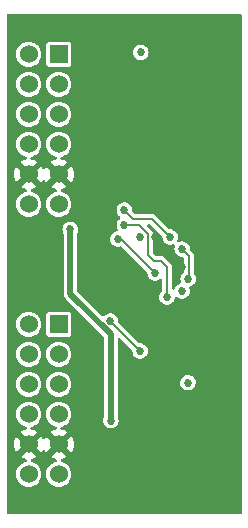
<source format=gbl>
%TF.GenerationSoftware,KiCad,Pcbnew,(6.0.10)*%
%TF.CreationDate,2023-02-16T13:15:27+00:00*%
%TF.ProjectId,hyperram-sm-x1,68797065-7272-4616-9d2d-736d2d78312e,1.0*%
%TF.SameCoordinates,Original*%
%TF.FileFunction,Copper,L4,Bot*%
%TF.FilePolarity,Positive*%
%FSLAX46Y46*%
G04 Gerber Fmt 4.6, Leading zero omitted, Abs format (unit mm)*
G04 Created by KiCad (PCBNEW (6.0.10)) date 2023-02-16 13:15:27*
%MOMM*%
%LPD*%
G01*
G04 APERTURE LIST*
%TA.AperFunction,ComponentPad*%
%ADD10R,1.524000X1.524000*%
%TD*%
%TA.AperFunction,ComponentPad*%
%ADD11C,1.524000*%
%TD*%
%TA.AperFunction,ViaPad*%
%ADD12C,0.685800*%
%TD*%
%TA.AperFunction,Conductor*%
%ADD13C,0.200000*%
%TD*%
%TA.AperFunction,Conductor*%
%ADD14C,0.500000*%
%TD*%
G04 APERTURE END LIST*
D10*
%TO.P,J2,1,Pin_1*%
%TO.N,/DQ0*%
X37680000Y-61610000D03*
D11*
%TO.P,J2,2,Pin_2*%
%TO.N,/DQ1*%
X37680000Y-64150000D03*
%TO.P,J2,3,Pin_3*%
%TO.N,/DQ2*%
X37680000Y-66690000D03*
%TO.P,J2,4,Pin_4*%
%TO.N,/DQ3*%
X37680000Y-69230000D03*
%TO.P,J2,5,Pin_5*%
%TO.N,GND*%
X37680000Y-71770000D03*
%TO.P,J2,6,Pin_6*%
%TO.N,+3V3*%
X37680000Y-74310000D03*
%TO.P,J2,7,Pin_7*%
%TO.N,/DQ7*%
X35140000Y-61610000D03*
%TO.P,J2,8,Pin_8*%
%TO.N,/DQ6*%
X35140000Y-64150000D03*
%TO.P,J2,9,Pin_9*%
%TO.N,/DQ5*%
X35140000Y-66690000D03*
%TO.P,J2,10,Pin_10*%
%TO.N,/DQ4*%
X35140000Y-69230000D03*
%TO.P,J2,11,Pin_11*%
%TO.N,GND*%
X35140000Y-71770000D03*
%TO.P,J2,12,Pin_12*%
%TO.N,+3V3*%
X35140000Y-74310000D03*
%TD*%
D10*
%TO.P,J1,1,Pin_1*%
%TO.N,unconnected-(J1-Pad1)*%
X37680000Y-38750000D03*
D11*
%TO.P,J1,2,Pin_2*%
%TO.N,~{CS0}*%
X37680000Y-41290000D03*
%TO.P,J1,3,Pin_3*%
%TO.N,CK*%
X37680000Y-43830000D03*
%TO.P,J1,4,Pin_4*%
%TO.N,~{CK}*%
X37680000Y-46370000D03*
%TO.P,J1,5,Pin_5*%
%TO.N,GND*%
X37680000Y-48910000D03*
%TO.P,J1,6,Pin_6*%
%TO.N,+3V3*%
X37680000Y-51450000D03*
%TO.P,J1,7,Pin_7*%
%TO.N,unconnected-(J1-Pad7)*%
X35140000Y-38750000D03*
%TO.P,J1,8,Pin_8*%
%TO.N,unconnected-(J1-Pad8)*%
X35140000Y-41290000D03*
%TO.P,J1,9,Pin_9*%
%TO.N,~{RESET}*%
X35140000Y-43830000D03*
%TO.P,J1,10,Pin_10*%
%TO.N,RWDS*%
X35140000Y-46370000D03*
%TO.P,J1,11,Pin_11*%
%TO.N,GND*%
X35140000Y-48910000D03*
%TO.P,J1,12,Pin_12*%
%TO.N,+3V3*%
X35140000Y-51450000D03*
%TD*%
D12*
%TO.N,~{CS0}*%
X48120000Y-55230000D03*
X48628000Y-57770000D03*
%TO.N,~{CK}*%
X47104000Y-54214000D03*
X43228800Y-51928000D03*
%TO.N,GND*%
X39345000Y-76714000D03*
X51918000Y-69221000D03*
X40234000Y-42551000D03*
X44945000Y-43419000D03*
X48120000Y-56754000D03*
X39345000Y-36201000D03*
X34519000Y-36328000D03*
X45834000Y-54214000D03*
X44818000Y-62850000D03*
X42786000Y-60310000D03*
X43663000Y-49409000D03*
X34773000Y-76714000D03*
X43790000Y-65792000D03*
X47600000Y-61347000D03*
X47092000Y-71888000D03*
X40742000Y-46488000D03*
X45475000Y-71158000D03*
X40107000Y-69475000D03*
X42520000Y-71507000D03*
X46912500Y-68520500D03*
X39980000Y-40011000D03*
%TO.N,+3V3*%
X38650000Y-53583000D03*
X42100000Y-69758000D03*
%TO.N,~{RESET}*%
X46845307Y-59289307D03*
X43228800Y-53198000D03*
%TO.N,RWDS*%
X45834000Y-57262000D03*
X42676260Y-54398959D03*
%TO.N,VCC*%
X42024000Y-61326000D03*
X48120000Y-58786000D03*
X44625000Y-38583000D03*
X48625000Y-66558000D03*
X44564000Y-63866000D03*
X44564000Y-54214000D03*
%TD*%
D13*
%TO.N,~{CS0}*%
X48715300Y-57682700D02*
X48715300Y-55825300D01*
X48715300Y-55825300D02*
X48120000Y-55230000D01*
X48628000Y-57770000D02*
X48715300Y-57682700D01*
%TO.N,~{CK}*%
X43990800Y-52690000D02*
X45580000Y-52690000D01*
X43228800Y-51928000D02*
X43990800Y-52690000D01*
X45580000Y-52690000D02*
X47104000Y-54214000D01*
%TO.N,GND*%
X42786000Y-60310000D02*
X42786000Y-60818000D01*
X42786000Y-60818000D02*
X44818000Y-62850000D01*
D14*
%TO.N,+3V3*%
X38650000Y-53583000D02*
X38650000Y-59006014D01*
X38650000Y-59006014D02*
X42100000Y-62456014D01*
X42100000Y-62456014D02*
X42100000Y-69758000D01*
D13*
%TO.N,~{RESET}*%
X46845307Y-56749307D02*
X46845307Y-59289307D01*
X43228800Y-53198000D02*
X44498800Y-53198000D01*
X45238700Y-53937900D02*
X45238700Y-55730582D01*
X46342000Y-56246000D02*
X46845307Y-56749307D01*
X45238700Y-55730582D02*
X45754118Y-56246000D01*
X45754118Y-56246000D02*
X46342000Y-56246000D01*
X44498800Y-53198000D02*
X45238700Y-53937900D01*
%TO.N,RWDS*%
X42676260Y-54398959D02*
X42970959Y-54398959D01*
X42970959Y-54398959D02*
X45834000Y-57262000D01*
%TO.N,VCC*%
X44564000Y-63866000D02*
X42024000Y-61326000D01*
%TD*%
%TA.AperFunction,Conductor*%
%TO.N,GND*%
G36*
X53100621Y-35328502D02*
G01*
X53147114Y-35382158D01*
X53158500Y-35434500D01*
X53158500Y-77565500D01*
X53138498Y-77633621D01*
X53084842Y-77680114D01*
X53032500Y-77691500D01*
X33434500Y-77691500D01*
X33366379Y-77671498D01*
X33319886Y-77617842D01*
X33308500Y-77565500D01*
X33308500Y-74294981D01*
X34064425Y-74294981D01*
X34081992Y-74504181D01*
X34139858Y-74705984D01*
X34142673Y-74711461D01*
X34142674Y-74711464D01*
X34233004Y-74887228D01*
X34235819Y-74892705D01*
X34239642Y-74897529D01*
X34239645Y-74897533D01*
X34356110Y-75044473D01*
X34366221Y-75057230D01*
X34526095Y-75193294D01*
X34531473Y-75196300D01*
X34531475Y-75196301D01*
X34575680Y-75221006D01*
X34709353Y-75295713D01*
X34909014Y-75360587D01*
X35117473Y-75385444D01*
X35123608Y-75384972D01*
X35123610Y-75384972D01*
X35320648Y-75369811D01*
X35320652Y-75369810D01*
X35326790Y-75369338D01*
X35528992Y-75312882D01*
X35534496Y-75310102D01*
X35534498Y-75310101D01*
X35710877Y-75221006D01*
X35710879Y-75221005D01*
X35716378Y-75218227D01*
X35881810Y-75088977D01*
X36018986Y-74930057D01*
X36122683Y-74747518D01*
X36188949Y-74548315D01*
X36195300Y-74498040D01*
X36214819Y-74343538D01*
X36214820Y-74343529D01*
X36215261Y-74340035D01*
X36215680Y-74310000D01*
X36214207Y-74294981D01*
X36604425Y-74294981D01*
X36621992Y-74504181D01*
X36679858Y-74705984D01*
X36682673Y-74711461D01*
X36682674Y-74711464D01*
X36773004Y-74887228D01*
X36775819Y-74892705D01*
X36779642Y-74897529D01*
X36779645Y-74897533D01*
X36896110Y-75044473D01*
X36906221Y-75057230D01*
X37066095Y-75193294D01*
X37071473Y-75196300D01*
X37071475Y-75196301D01*
X37115680Y-75221006D01*
X37249353Y-75295713D01*
X37449014Y-75360587D01*
X37657473Y-75385444D01*
X37663608Y-75384972D01*
X37663610Y-75384972D01*
X37860648Y-75369811D01*
X37860652Y-75369810D01*
X37866790Y-75369338D01*
X38068992Y-75312882D01*
X38074496Y-75310102D01*
X38074498Y-75310101D01*
X38250877Y-75221006D01*
X38250879Y-75221005D01*
X38256378Y-75218227D01*
X38421810Y-75088977D01*
X38558986Y-74930057D01*
X38662683Y-74747518D01*
X38728949Y-74548315D01*
X38735300Y-74498040D01*
X38754819Y-74343538D01*
X38754820Y-74343529D01*
X38755261Y-74340035D01*
X38755680Y-74310000D01*
X38735194Y-74101066D01*
X38674516Y-73900090D01*
X38670277Y-73892118D01*
X38578853Y-73720174D01*
X38578851Y-73720172D01*
X38575957Y-73714728D01*
X38526993Y-73654692D01*
X38447166Y-73556814D01*
X38447163Y-73556811D01*
X38443271Y-73552039D01*
X38436185Y-73546177D01*
X38286263Y-73422150D01*
X38286259Y-73422148D01*
X38281513Y-73418221D01*
X38096843Y-73318370D01*
X38004297Y-73289722D01*
X37916002Y-73262390D01*
X37856842Y-73223139D01*
X37828295Y-73158134D01*
X37839424Y-73088015D01*
X37886695Y-73035044D01*
X37920650Y-73020318D01*
X38110715Y-72969391D01*
X38121007Y-72965645D01*
X38312445Y-72876376D01*
X38321931Y-72870898D01*
X38365764Y-72840207D01*
X38374139Y-72829729D01*
X38367071Y-72816281D01*
X37692812Y-72142022D01*
X37678868Y-72134408D01*
X37677035Y-72134539D01*
X37670420Y-72138790D01*
X36992207Y-72817003D01*
X36985777Y-72828777D01*
X36995074Y-72840793D01*
X37038069Y-72870898D01*
X37047555Y-72876376D01*
X37238993Y-72965645D01*
X37249285Y-72969391D01*
X37441316Y-73020845D01*
X37501939Y-73057797D01*
X37532960Y-73121657D01*
X37524532Y-73192152D01*
X37479329Y-73246899D01*
X37444280Y-73263425D01*
X37282961Y-73310904D01*
X37282950Y-73310909D01*
X37277043Y-73312647D01*
X37090997Y-73409909D01*
X36927386Y-73541456D01*
X36792442Y-73702276D01*
X36789478Y-73707668D01*
X36789475Y-73707672D01*
X36785596Y-73714728D01*
X36691304Y-73886245D01*
X36627826Y-74086354D01*
X36627140Y-74092471D01*
X36627139Y-74092475D01*
X36605112Y-74288856D01*
X36604425Y-74294981D01*
X36214207Y-74294981D01*
X36195194Y-74101066D01*
X36134516Y-73900090D01*
X36130277Y-73892118D01*
X36038853Y-73720174D01*
X36038851Y-73720172D01*
X36035957Y-73714728D01*
X35986993Y-73654692D01*
X35907166Y-73556814D01*
X35907163Y-73556811D01*
X35903271Y-73552039D01*
X35896185Y-73546177D01*
X35746263Y-73422150D01*
X35746259Y-73422148D01*
X35741513Y-73418221D01*
X35556843Y-73318370D01*
X35464297Y-73289722D01*
X35376002Y-73262390D01*
X35316842Y-73223139D01*
X35288295Y-73158134D01*
X35299424Y-73088015D01*
X35346695Y-73035044D01*
X35380650Y-73020318D01*
X35570715Y-72969391D01*
X35581007Y-72965645D01*
X35772445Y-72876376D01*
X35781931Y-72870898D01*
X35825764Y-72840207D01*
X35834139Y-72829729D01*
X35827071Y-72816281D01*
X35152812Y-72142022D01*
X35138868Y-72134408D01*
X35137035Y-72134539D01*
X35130420Y-72138790D01*
X34452207Y-72817003D01*
X34445777Y-72828777D01*
X34455074Y-72840793D01*
X34498069Y-72870898D01*
X34507555Y-72876376D01*
X34698993Y-72965645D01*
X34709285Y-72969391D01*
X34901316Y-73020845D01*
X34961939Y-73057797D01*
X34992960Y-73121657D01*
X34984532Y-73192152D01*
X34939329Y-73246899D01*
X34904280Y-73263425D01*
X34742961Y-73310904D01*
X34742950Y-73310909D01*
X34737043Y-73312647D01*
X34550997Y-73409909D01*
X34387386Y-73541456D01*
X34252442Y-73702276D01*
X34249478Y-73707668D01*
X34249475Y-73707672D01*
X34245596Y-73714728D01*
X34151304Y-73886245D01*
X34087826Y-74086354D01*
X34087140Y-74092471D01*
X34087139Y-74092475D01*
X34065112Y-74288856D01*
X34064425Y-74294981D01*
X33308500Y-74294981D01*
X33308500Y-71775475D01*
X33865628Y-71775475D01*
X33884038Y-71985896D01*
X33885941Y-71996691D01*
X33940609Y-72200715D01*
X33944355Y-72211007D01*
X34033623Y-72402441D01*
X34039103Y-72411932D01*
X34069794Y-72455765D01*
X34080271Y-72464140D01*
X34093718Y-72457072D01*
X34767978Y-71782812D01*
X34774356Y-71771132D01*
X35504408Y-71771132D01*
X35504539Y-71772965D01*
X35508790Y-71779580D01*
X36187003Y-72457793D01*
X36198777Y-72464223D01*
X36210793Y-72454926D01*
X36240897Y-72411932D01*
X36246377Y-72402441D01*
X36295805Y-72296443D01*
X36342722Y-72243158D01*
X36411000Y-72223697D01*
X36478960Y-72244239D01*
X36524195Y-72296443D01*
X36573623Y-72402441D01*
X36579103Y-72411932D01*
X36609794Y-72455765D01*
X36620271Y-72464140D01*
X36633718Y-72457072D01*
X37307978Y-71782812D01*
X37314356Y-71771132D01*
X38044408Y-71771132D01*
X38044539Y-71772965D01*
X38048790Y-71779580D01*
X38727003Y-72457793D01*
X38738777Y-72464223D01*
X38750793Y-72454926D01*
X38780897Y-72411932D01*
X38786377Y-72402441D01*
X38875645Y-72211007D01*
X38879391Y-72200715D01*
X38934059Y-71996691D01*
X38935962Y-71985896D01*
X38954372Y-71775475D01*
X38954372Y-71764525D01*
X38935962Y-71554104D01*
X38934059Y-71543309D01*
X38879391Y-71339285D01*
X38875645Y-71328993D01*
X38786377Y-71137559D01*
X38780897Y-71128068D01*
X38750206Y-71084235D01*
X38739729Y-71075860D01*
X38726282Y-71082928D01*
X38052022Y-71757188D01*
X38044408Y-71771132D01*
X37314356Y-71771132D01*
X37315592Y-71768868D01*
X37315461Y-71767035D01*
X37311210Y-71760420D01*
X36632997Y-71082207D01*
X36621223Y-71075777D01*
X36609207Y-71085074D01*
X36579103Y-71128068D01*
X36573623Y-71137559D01*
X36524195Y-71243557D01*
X36477278Y-71296842D01*
X36409000Y-71316303D01*
X36341040Y-71295761D01*
X36295805Y-71243557D01*
X36246377Y-71137559D01*
X36240897Y-71128068D01*
X36210206Y-71084235D01*
X36199729Y-71075860D01*
X36186282Y-71082928D01*
X35512022Y-71757188D01*
X35504408Y-71771132D01*
X34774356Y-71771132D01*
X34775592Y-71768868D01*
X34775461Y-71767035D01*
X34771210Y-71760420D01*
X34092997Y-71082207D01*
X34081223Y-71075777D01*
X34069207Y-71085074D01*
X34039103Y-71128068D01*
X34033623Y-71137559D01*
X33944355Y-71328993D01*
X33940609Y-71339285D01*
X33885941Y-71543309D01*
X33884038Y-71554104D01*
X33865628Y-71764525D01*
X33865628Y-71775475D01*
X33308500Y-71775475D01*
X33308500Y-69214981D01*
X34064425Y-69214981D01*
X34064941Y-69221125D01*
X34078390Y-69381281D01*
X34081992Y-69424181D01*
X34139858Y-69625984D01*
X34142673Y-69631461D01*
X34142674Y-69631464D01*
X34214767Y-69771742D01*
X34235819Y-69812705D01*
X34239642Y-69817529D01*
X34239645Y-69817533D01*
X34327069Y-69927833D01*
X34366221Y-69977230D01*
X34370915Y-69981225D01*
X34487310Y-70080285D01*
X34526095Y-70113294D01*
X34531473Y-70116300D01*
X34531475Y-70116301D01*
X34575680Y-70141006D01*
X34709353Y-70215713D01*
X34903381Y-70278757D01*
X34961986Y-70318829D01*
X34989623Y-70384226D01*
X34977516Y-70454183D01*
X34929510Y-70506489D01*
X34897055Y-70520296D01*
X34709285Y-70570609D01*
X34698993Y-70574355D01*
X34507559Y-70663623D01*
X34498068Y-70669103D01*
X34454235Y-70699794D01*
X34445860Y-70710271D01*
X34452928Y-70723718D01*
X35127188Y-71397978D01*
X35141132Y-71405592D01*
X35142965Y-71405461D01*
X35149580Y-71401210D01*
X35827793Y-70722997D01*
X35834223Y-70711223D01*
X35824926Y-70699207D01*
X35781931Y-70669102D01*
X35772445Y-70663624D01*
X35581007Y-70574355D01*
X35570715Y-70570609D01*
X35377066Y-70518721D01*
X35316443Y-70481769D01*
X35285422Y-70417909D01*
X35293850Y-70347414D01*
X35339053Y-70292667D01*
X35375793Y-70275656D01*
X35528992Y-70232882D01*
X35534496Y-70230102D01*
X35534498Y-70230101D01*
X35710877Y-70141006D01*
X35710879Y-70141005D01*
X35716378Y-70138227D01*
X35881810Y-70008977D01*
X36018986Y-69850057D01*
X36122683Y-69667518D01*
X36188949Y-69468315D01*
X36199944Y-69381281D01*
X36214819Y-69263538D01*
X36214820Y-69263529D01*
X36215261Y-69260035D01*
X36215680Y-69230000D01*
X36214207Y-69214981D01*
X36604425Y-69214981D01*
X36604941Y-69221125D01*
X36618390Y-69381281D01*
X36621992Y-69424181D01*
X36679858Y-69625984D01*
X36682673Y-69631461D01*
X36682674Y-69631464D01*
X36754767Y-69771742D01*
X36775819Y-69812705D01*
X36779642Y-69817529D01*
X36779645Y-69817533D01*
X36867069Y-69927833D01*
X36906221Y-69977230D01*
X36910915Y-69981225D01*
X37027310Y-70080285D01*
X37066095Y-70113294D01*
X37071473Y-70116300D01*
X37071475Y-70116301D01*
X37115680Y-70141006D01*
X37249353Y-70215713D01*
X37443381Y-70278757D01*
X37501986Y-70318829D01*
X37529623Y-70384226D01*
X37517516Y-70454183D01*
X37469510Y-70506489D01*
X37437055Y-70520296D01*
X37249285Y-70570609D01*
X37238993Y-70574355D01*
X37047559Y-70663623D01*
X37038068Y-70669103D01*
X36994235Y-70699794D01*
X36985860Y-70710271D01*
X36992928Y-70723718D01*
X37667188Y-71397978D01*
X37681132Y-71405592D01*
X37682965Y-71405461D01*
X37689580Y-71401210D01*
X38367793Y-70722997D01*
X38374223Y-70711223D01*
X38364926Y-70699207D01*
X38321931Y-70669102D01*
X38312445Y-70663624D01*
X38121007Y-70574355D01*
X38110715Y-70570609D01*
X37917066Y-70518721D01*
X37856443Y-70481769D01*
X37825422Y-70417909D01*
X37833850Y-70347414D01*
X37879053Y-70292667D01*
X37915793Y-70275656D01*
X38068992Y-70232882D01*
X38074496Y-70230102D01*
X38074498Y-70230101D01*
X38250877Y-70141006D01*
X38250879Y-70141005D01*
X38256378Y-70138227D01*
X38421810Y-70008977D01*
X38558986Y-69850057D01*
X38662683Y-69667518D01*
X38728949Y-69468315D01*
X38739944Y-69381281D01*
X38754819Y-69263538D01*
X38754820Y-69263529D01*
X38755261Y-69260035D01*
X38755680Y-69230000D01*
X38735194Y-69021066D01*
X38674516Y-68820090D01*
X38670277Y-68812118D01*
X38578853Y-68640174D01*
X38578851Y-68640172D01*
X38575957Y-68634728D01*
X38526993Y-68574692D01*
X38447166Y-68476814D01*
X38447163Y-68476811D01*
X38443271Y-68472039D01*
X38436185Y-68466177D01*
X38286263Y-68342150D01*
X38286259Y-68342148D01*
X38281513Y-68338221D01*
X38096843Y-68238370D01*
X37896295Y-68176290D01*
X37890170Y-68175646D01*
X37890169Y-68175646D01*
X37693638Y-68154990D01*
X37693637Y-68154990D01*
X37687510Y-68154346D01*
X37599999Y-68162310D01*
X37484577Y-68172814D01*
X37484574Y-68172815D01*
X37478438Y-68173373D01*
X37472532Y-68175111D01*
X37472528Y-68175112D01*
X37325522Y-68218379D01*
X37277043Y-68232647D01*
X37090997Y-68329909D01*
X36927386Y-68461456D01*
X36792442Y-68622276D01*
X36789478Y-68627668D01*
X36789475Y-68627672D01*
X36785596Y-68634728D01*
X36691304Y-68806245D01*
X36627826Y-69006354D01*
X36627140Y-69012471D01*
X36627139Y-69012475D01*
X36605112Y-69208856D01*
X36604425Y-69214981D01*
X36214207Y-69214981D01*
X36195194Y-69021066D01*
X36134516Y-68820090D01*
X36130277Y-68812118D01*
X36038853Y-68640174D01*
X36038851Y-68640172D01*
X36035957Y-68634728D01*
X35986993Y-68574692D01*
X35907166Y-68476814D01*
X35907163Y-68476811D01*
X35903271Y-68472039D01*
X35896185Y-68466177D01*
X35746263Y-68342150D01*
X35746259Y-68342148D01*
X35741513Y-68338221D01*
X35556843Y-68238370D01*
X35356295Y-68176290D01*
X35350170Y-68175646D01*
X35350169Y-68175646D01*
X35153638Y-68154990D01*
X35153637Y-68154990D01*
X35147510Y-68154346D01*
X35059999Y-68162310D01*
X34944577Y-68172814D01*
X34944574Y-68172815D01*
X34938438Y-68173373D01*
X34932532Y-68175111D01*
X34932528Y-68175112D01*
X34785522Y-68218379D01*
X34737043Y-68232647D01*
X34550997Y-68329909D01*
X34387386Y-68461456D01*
X34252442Y-68622276D01*
X34249478Y-68627668D01*
X34249475Y-68627672D01*
X34245596Y-68634728D01*
X34151304Y-68806245D01*
X34087826Y-69006354D01*
X34087140Y-69012471D01*
X34087139Y-69012475D01*
X34065112Y-69208856D01*
X34064425Y-69214981D01*
X33308500Y-69214981D01*
X33308500Y-66674981D01*
X34064425Y-66674981D01*
X34064941Y-66681125D01*
X34080147Y-66862205D01*
X34081992Y-66884181D01*
X34139858Y-67085984D01*
X34142673Y-67091461D01*
X34142674Y-67091464D01*
X34203896Y-67210589D01*
X34235819Y-67272705D01*
X34239642Y-67277529D01*
X34239645Y-67277533D01*
X34356110Y-67424473D01*
X34366221Y-67437230D01*
X34526095Y-67573294D01*
X34531473Y-67576300D01*
X34531475Y-67576301D01*
X34575680Y-67601006D01*
X34709353Y-67675713D01*
X34909014Y-67740587D01*
X35117473Y-67765444D01*
X35123608Y-67764972D01*
X35123610Y-67764972D01*
X35320648Y-67749811D01*
X35320652Y-67749810D01*
X35326790Y-67749338D01*
X35528992Y-67692882D01*
X35534496Y-67690102D01*
X35534498Y-67690101D01*
X35710877Y-67601006D01*
X35710879Y-67601005D01*
X35716378Y-67598227D01*
X35881810Y-67468977D01*
X36018986Y-67310057D01*
X36122683Y-67127518D01*
X36188949Y-66928315D01*
X36214276Y-66727833D01*
X36214819Y-66723538D01*
X36214820Y-66723529D01*
X36215261Y-66720035D01*
X36215680Y-66690000D01*
X36214207Y-66674981D01*
X36604425Y-66674981D01*
X36604941Y-66681125D01*
X36620147Y-66862205D01*
X36621992Y-66884181D01*
X36679858Y-67085984D01*
X36682673Y-67091461D01*
X36682674Y-67091464D01*
X36743896Y-67210589D01*
X36775819Y-67272705D01*
X36779642Y-67277529D01*
X36779645Y-67277533D01*
X36896110Y-67424473D01*
X36906221Y-67437230D01*
X37066095Y-67573294D01*
X37071473Y-67576300D01*
X37071475Y-67576301D01*
X37115680Y-67601006D01*
X37249353Y-67675713D01*
X37449014Y-67740587D01*
X37657473Y-67765444D01*
X37663608Y-67764972D01*
X37663610Y-67764972D01*
X37860648Y-67749811D01*
X37860652Y-67749810D01*
X37866790Y-67749338D01*
X38068992Y-67692882D01*
X38074496Y-67690102D01*
X38074498Y-67690101D01*
X38250877Y-67601006D01*
X38250879Y-67601005D01*
X38256378Y-67598227D01*
X38421810Y-67468977D01*
X38558986Y-67310057D01*
X38662683Y-67127518D01*
X38728949Y-66928315D01*
X38754276Y-66727833D01*
X38754819Y-66723538D01*
X38754820Y-66723529D01*
X38755261Y-66720035D01*
X38755680Y-66690000D01*
X38735194Y-66481066D01*
X38674516Y-66280090D01*
X38670277Y-66272118D01*
X38578853Y-66100174D01*
X38578851Y-66100172D01*
X38575957Y-66094728D01*
X38515235Y-66020275D01*
X38447166Y-65936814D01*
X38447163Y-65936811D01*
X38443271Y-65932039D01*
X38436185Y-65926177D01*
X38286263Y-65802150D01*
X38286259Y-65802148D01*
X38281513Y-65798221D01*
X38096843Y-65698370D01*
X37896295Y-65636290D01*
X37890170Y-65635646D01*
X37890169Y-65635646D01*
X37693638Y-65614990D01*
X37693637Y-65614990D01*
X37687510Y-65614346D01*
X37599999Y-65622310D01*
X37484577Y-65632814D01*
X37484574Y-65632815D01*
X37478438Y-65633373D01*
X37472532Y-65635111D01*
X37472528Y-65635112D01*
X37325522Y-65678379D01*
X37277043Y-65692647D01*
X37090997Y-65789909D01*
X36927386Y-65921456D01*
X36792442Y-66082276D01*
X36789478Y-66087668D01*
X36789475Y-66087672D01*
X36701480Y-66247735D01*
X36691304Y-66266245D01*
X36627826Y-66466354D01*
X36627140Y-66472471D01*
X36627139Y-66472475D01*
X36616005Y-66571742D01*
X36604425Y-66674981D01*
X36214207Y-66674981D01*
X36195194Y-66481066D01*
X36134516Y-66280090D01*
X36130277Y-66272118D01*
X36038853Y-66100174D01*
X36038851Y-66100172D01*
X36035957Y-66094728D01*
X35975235Y-66020275D01*
X35907166Y-65936814D01*
X35907163Y-65936811D01*
X35903271Y-65932039D01*
X35896185Y-65926177D01*
X35746263Y-65802150D01*
X35746259Y-65802148D01*
X35741513Y-65798221D01*
X35556843Y-65698370D01*
X35356295Y-65636290D01*
X35350170Y-65635646D01*
X35350169Y-65635646D01*
X35153638Y-65614990D01*
X35153637Y-65614990D01*
X35147510Y-65614346D01*
X35059999Y-65622310D01*
X34944577Y-65632814D01*
X34944574Y-65632815D01*
X34938438Y-65633373D01*
X34932532Y-65635111D01*
X34932528Y-65635112D01*
X34785522Y-65678379D01*
X34737043Y-65692647D01*
X34550997Y-65789909D01*
X34387386Y-65921456D01*
X34252442Y-66082276D01*
X34249478Y-66087668D01*
X34249475Y-66087672D01*
X34161480Y-66247735D01*
X34151304Y-66266245D01*
X34087826Y-66466354D01*
X34087140Y-66472471D01*
X34087139Y-66472475D01*
X34076005Y-66571742D01*
X34064425Y-66674981D01*
X33308500Y-66674981D01*
X33308500Y-64134981D01*
X34064425Y-64134981D01*
X34067383Y-64170205D01*
X34079549Y-64315085D01*
X34081992Y-64344181D01*
X34102575Y-64415962D01*
X34132003Y-64518589D01*
X34139858Y-64545984D01*
X34142673Y-64551461D01*
X34142674Y-64551464D01*
X34233004Y-64727228D01*
X34235819Y-64732705D01*
X34239642Y-64737529D01*
X34239645Y-64737533D01*
X34356110Y-64884473D01*
X34366221Y-64897230D01*
X34526095Y-65033294D01*
X34531473Y-65036300D01*
X34531475Y-65036301D01*
X34575680Y-65061006D01*
X34709353Y-65135713D01*
X34909014Y-65200587D01*
X35117473Y-65225444D01*
X35123608Y-65224972D01*
X35123610Y-65224972D01*
X35320648Y-65209811D01*
X35320652Y-65209810D01*
X35326790Y-65209338D01*
X35528992Y-65152882D01*
X35534496Y-65150102D01*
X35534498Y-65150101D01*
X35710877Y-65061006D01*
X35710879Y-65061005D01*
X35716378Y-65058227D01*
X35881810Y-64928977D01*
X36018986Y-64770057D01*
X36122683Y-64587518D01*
X36188949Y-64388315D01*
X36214219Y-64188285D01*
X36214819Y-64183538D01*
X36214820Y-64183529D01*
X36215261Y-64180035D01*
X36215680Y-64150000D01*
X36214207Y-64134981D01*
X36604425Y-64134981D01*
X36607383Y-64170205D01*
X36619549Y-64315085D01*
X36621992Y-64344181D01*
X36642575Y-64415962D01*
X36672003Y-64518589D01*
X36679858Y-64545984D01*
X36682673Y-64551461D01*
X36682674Y-64551464D01*
X36773004Y-64727228D01*
X36775819Y-64732705D01*
X36779642Y-64737529D01*
X36779645Y-64737533D01*
X36896110Y-64884473D01*
X36906221Y-64897230D01*
X37066095Y-65033294D01*
X37071473Y-65036300D01*
X37071475Y-65036301D01*
X37115680Y-65061006D01*
X37249353Y-65135713D01*
X37449014Y-65200587D01*
X37657473Y-65225444D01*
X37663608Y-65224972D01*
X37663610Y-65224972D01*
X37860648Y-65209811D01*
X37860652Y-65209810D01*
X37866790Y-65209338D01*
X38068992Y-65152882D01*
X38074496Y-65150102D01*
X38074498Y-65150101D01*
X38250877Y-65061006D01*
X38250879Y-65061005D01*
X38256378Y-65058227D01*
X38421810Y-64928977D01*
X38558986Y-64770057D01*
X38662683Y-64587518D01*
X38728949Y-64388315D01*
X38754219Y-64188285D01*
X38754819Y-64183538D01*
X38754820Y-64183529D01*
X38755261Y-64180035D01*
X38755680Y-64150000D01*
X38735194Y-63941066D01*
X38674516Y-63740090D01*
X38670277Y-63732118D01*
X38578853Y-63560174D01*
X38578851Y-63560172D01*
X38575957Y-63554728D01*
X38526993Y-63494692D01*
X38447166Y-63396814D01*
X38447163Y-63396811D01*
X38443271Y-63392039D01*
X38436185Y-63386177D01*
X38286263Y-63262150D01*
X38286259Y-63262148D01*
X38281513Y-63258221D01*
X38096843Y-63158370D01*
X37896295Y-63096290D01*
X37890170Y-63095646D01*
X37890169Y-63095646D01*
X37693638Y-63074990D01*
X37693637Y-63074990D01*
X37687510Y-63074346D01*
X37599999Y-63082310D01*
X37484577Y-63092814D01*
X37484574Y-63092815D01*
X37478438Y-63093373D01*
X37472532Y-63095111D01*
X37472528Y-63095112D01*
X37325522Y-63138379D01*
X37277043Y-63152647D01*
X37271583Y-63155501D01*
X37271584Y-63155501D01*
X37154251Y-63216841D01*
X37090997Y-63249909D01*
X36927386Y-63381456D01*
X36792442Y-63542276D01*
X36789478Y-63547668D01*
X36789475Y-63547672D01*
X36704427Y-63702375D01*
X36691304Y-63726245D01*
X36627826Y-63926354D01*
X36627140Y-63932471D01*
X36627139Y-63932475D01*
X36605112Y-64128856D01*
X36604425Y-64134981D01*
X36214207Y-64134981D01*
X36195194Y-63941066D01*
X36134516Y-63740090D01*
X36130277Y-63732118D01*
X36038853Y-63560174D01*
X36038851Y-63560172D01*
X36035957Y-63554728D01*
X35986993Y-63494692D01*
X35907166Y-63396814D01*
X35907163Y-63396811D01*
X35903271Y-63392039D01*
X35896185Y-63386177D01*
X35746263Y-63262150D01*
X35746259Y-63262148D01*
X35741513Y-63258221D01*
X35556843Y-63158370D01*
X35356295Y-63096290D01*
X35350170Y-63095646D01*
X35350169Y-63095646D01*
X35153638Y-63074990D01*
X35153637Y-63074990D01*
X35147510Y-63074346D01*
X35059999Y-63082310D01*
X34944577Y-63092814D01*
X34944574Y-63092815D01*
X34938438Y-63093373D01*
X34932532Y-63095111D01*
X34932528Y-63095112D01*
X34785522Y-63138379D01*
X34737043Y-63152647D01*
X34731583Y-63155501D01*
X34731584Y-63155501D01*
X34614251Y-63216841D01*
X34550997Y-63249909D01*
X34387386Y-63381456D01*
X34252442Y-63542276D01*
X34249478Y-63547668D01*
X34249475Y-63547672D01*
X34164427Y-63702375D01*
X34151304Y-63726245D01*
X34087826Y-63926354D01*
X34087140Y-63932471D01*
X34087139Y-63932475D01*
X34065112Y-64128856D01*
X34064425Y-64134981D01*
X33308500Y-64134981D01*
X33308500Y-61594981D01*
X34064425Y-61594981D01*
X34081992Y-61804181D01*
X34139858Y-62005984D01*
X34142673Y-62011461D01*
X34142674Y-62011464D01*
X34233004Y-62187228D01*
X34235819Y-62192705D01*
X34239642Y-62197529D01*
X34239645Y-62197533D01*
X34356110Y-62344473D01*
X34366221Y-62357230D01*
X34370915Y-62361225D01*
X34458000Y-62435340D01*
X34526095Y-62493294D01*
X34531473Y-62496300D01*
X34531475Y-62496301D01*
X34575680Y-62521006D01*
X34709353Y-62595713D01*
X34909014Y-62660587D01*
X35117473Y-62685444D01*
X35123608Y-62684972D01*
X35123610Y-62684972D01*
X35320648Y-62669811D01*
X35320652Y-62669810D01*
X35326790Y-62669338D01*
X35528992Y-62612882D01*
X35534496Y-62610102D01*
X35534498Y-62610101D01*
X35710877Y-62521006D01*
X35710879Y-62521005D01*
X35716378Y-62518227D01*
X35881810Y-62388977D01*
X36018986Y-62230057D01*
X36122683Y-62047518D01*
X36188949Y-61848315D01*
X36195300Y-61798040D01*
X36214819Y-61643538D01*
X36214820Y-61643529D01*
X36215261Y-61640035D01*
X36215680Y-61610000D01*
X36195194Y-61401066D01*
X36134516Y-61200090D01*
X36130277Y-61192118D01*
X36038853Y-61020174D01*
X36038851Y-61020172D01*
X36035957Y-61014728D01*
X35941398Y-60898787D01*
X35907166Y-60856814D01*
X35907163Y-60856811D01*
X35903271Y-60852039D01*
X35896185Y-60846177D01*
X35842984Y-60802165D01*
X36609500Y-60802165D01*
X36609501Y-62417834D01*
X36612700Y-62444733D01*
X36659353Y-62549763D01*
X36740688Y-62630957D01*
X36845800Y-62677426D01*
X36862836Y-62679412D01*
X36868526Y-62680076D01*
X36868531Y-62680076D01*
X36872165Y-62680500D01*
X37672893Y-62680500D01*
X38487834Y-62680499D01*
X38491531Y-62680059D01*
X38491537Y-62680059D01*
X38504449Y-62678523D01*
X38514733Y-62677300D01*
X38619763Y-62630647D01*
X38700957Y-62549312D01*
X38747426Y-62444200D01*
X38749412Y-62427164D01*
X38750076Y-62421474D01*
X38750076Y-62421469D01*
X38750500Y-62417835D01*
X38750499Y-60802166D01*
X38747300Y-60775267D01*
X38700647Y-60670237D01*
X38619312Y-60589043D01*
X38514200Y-60542574D01*
X38497164Y-60540588D01*
X38491474Y-60539924D01*
X38491469Y-60539924D01*
X38487835Y-60539500D01*
X37687107Y-60539500D01*
X36872166Y-60539501D01*
X36868469Y-60539941D01*
X36868463Y-60539941D01*
X36856920Y-60541314D01*
X36845267Y-60542700D01*
X36740237Y-60589353D01*
X36659043Y-60670688D01*
X36612574Y-60775800D01*
X36610659Y-60792228D01*
X36609932Y-60798463D01*
X36609500Y-60802165D01*
X35842984Y-60802165D01*
X35746263Y-60722150D01*
X35746259Y-60722148D01*
X35741513Y-60718221D01*
X35556843Y-60618370D01*
X35356295Y-60556290D01*
X35350170Y-60555646D01*
X35350169Y-60555646D01*
X35153638Y-60534990D01*
X35153637Y-60534990D01*
X35147510Y-60534346D01*
X35067989Y-60541583D01*
X34944577Y-60552814D01*
X34944574Y-60552815D01*
X34938438Y-60553373D01*
X34932532Y-60555111D01*
X34932528Y-60555112D01*
X34817242Y-60589043D01*
X34737043Y-60612647D01*
X34731583Y-60615501D01*
X34731584Y-60615501D01*
X34605672Y-60681326D01*
X34550997Y-60709909D01*
X34387386Y-60841456D01*
X34252442Y-61002276D01*
X34249478Y-61007668D01*
X34249475Y-61007672D01*
X34164427Y-61162375D01*
X34151304Y-61186245D01*
X34087826Y-61386354D01*
X34087140Y-61392471D01*
X34087139Y-61392475D01*
X34081758Y-61440448D01*
X34064425Y-61594981D01*
X33308500Y-61594981D01*
X33308500Y-53576129D01*
X37993852Y-53576129D01*
X38011153Y-53732840D01*
X38065336Y-53880901D01*
X38070080Y-53887961D01*
X38070262Y-53888558D01*
X38073021Y-53893972D01*
X38072061Y-53894461D01*
X38091500Y-53958238D01*
X38091500Y-58990852D01*
X38091389Y-58996128D01*
X38088751Y-59059068D01*
X38094576Y-59083901D01*
X38098851Y-59102128D01*
X38101013Y-59113797D01*
X38107016Y-59157618D01*
X38110428Y-59165501D01*
X38110428Y-59165503D01*
X38113139Y-59171768D01*
X38120174Y-59193040D01*
X38121731Y-59199681D01*
X38121732Y-59199685D01*
X38123693Y-59208044D01*
X38132460Y-59223991D01*
X38145003Y-59246807D01*
X38150225Y-59257467D01*
X38167788Y-59298052D01*
X38173191Y-59304725D01*
X38173194Y-59304729D01*
X38177489Y-59310033D01*
X38189981Y-59328623D01*
X38194016Y-59335962D01*
X38197411Y-59342137D01*
X38201723Y-59347132D01*
X38201726Y-59347136D01*
X38203009Y-59348622D01*
X38204522Y-59350374D01*
X38229471Y-59375323D01*
X38238296Y-59385123D01*
X38264086Y-59416971D01*
X38271088Y-59421947D01*
X38271089Y-59421948D01*
X38279770Y-59428117D01*
X38295876Y-59441728D01*
X41504595Y-62650448D01*
X41538621Y-62712760D01*
X41541500Y-62739543D01*
X41541500Y-69381281D01*
X41526544Y-69440823D01*
X41526072Y-69441704D01*
X41521703Y-69447920D01*
X41464431Y-69594814D01*
X41443852Y-69751129D01*
X41461153Y-69907840D01*
X41471049Y-69934881D01*
X41499553Y-70012771D01*
X41515336Y-70055901D01*
X41519572Y-70062204D01*
X41519572Y-70062205D01*
X41527578Y-70074119D01*
X41603272Y-70186764D01*
X41608884Y-70191871D01*
X41608887Y-70191874D01*
X41655778Y-70234541D01*
X41719885Y-70292874D01*
X41726562Y-70296499D01*
X41726563Y-70296500D01*
X41743036Y-70305444D01*
X41858443Y-70368104D01*
X42010946Y-70408113D01*
X42091323Y-70409375D01*
X42160991Y-70410470D01*
X42160994Y-70410470D01*
X42168590Y-70410589D01*
X42175995Y-70408893D01*
X42175996Y-70408893D01*
X42232561Y-70395938D01*
X42322274Y-70375391D01*
X42377901Y-70347414D01*
X42456344Y-70307962D01*
X42456347Y-70307960D01*
X42463127Y-70304550D01*
X42550295Y-70230101D01*
X42577243Y-70207085D01*
X42577244Y-70207084D01*
X42583015Y-70202155D01*
X42675018Y-70074119D01*
X42677851Y-70067072D01*
X42730992Y-69934881D01*
X42730993Y-69934879D01*
X42733825Y-69927833D01*
X42756040Y-69771742D01*
X42756184Y-69758000D01*
X42737243Y-69601478D01*
X42681513Y-69453993D01*
X42677212Y-69447735D01*
X42673692Y-69441002D01*
X42676549Y-69439508D01*
X42658500Y-69381385D01*
X42658500Y-66551129D01*
X47968852Y-66551129D01*
X47986153Y-66707840D01*
X48040336Y-66855901D01*
X48044572Y-66862204D01*
X48044572Y-66862205D01*
X48052578Y-66874119D01*
X48128272Y-66986764D01*
X48133884Y-66991871D01*
X48133887Y-66991874D01*
X48138412Y-66995991D01*
X48244885Y-67092874D01*
X48251562Y-67096499D01*
X48251563Y-67096500D01*
X48272674Y-67107962D01*
X48383443Y-67168104D01*
X48535946Y-67208113D01*
X48616323Y-67209375D01*
X48685991Y-67210470D01*
X48685994Y-67210470D01*
X48693590Y-67210589D01*
X48700995Y-67208893D01*
X48700996Y-67208893D01*
X48757561Y-67195938D01*
X48847274Y-67175391D01*
X48931797Y-67132881D01*
X48981344Y-67107962D01*
X48981347Y-67107960D01*
X48988127Y-67104550D01*
X49108015Y-67002155D01*
X49200018Y-66874119D01*
X49202851Y-66867072D01*
X49255992Y-66734881D01*
X49255993Y-66734879D01*
X49258825Y-66727833D01*
X49281040Y-66571742D01*
X49281184Y-66558000D01*
X49262243Y-66401478D01*
X49206513Y-66253993D01*
X49117211Y-66124058D01*
X49105845Y-66113931D01*
X49005165Y-66024228D01*
X49005162Y-66024226D01*
X48999493Y-66019175D01*
X48992143Y-66015283D01*
X48866867Y-65948953D01*
X48866868Y-65948953D01*
X48860155Y-65945399D01*
X48825977Y-65936814D01*
X48714612Y-65908841D01*
X48714610Y-65908841D01*
X48707242Y-65906990D01*
X48699644Y-65906950D01*
X48699642Y-65906950D01*
X48632220Y-65906597D01*
X48549580Y-65906165D01*
X48542201Y-65907937D01*
X48542197Y-65907937D01*
X48458173Y-65928110D01*
X48396273Y-65942971D01*
X48256170Y-66015283D01*
X48250449Y-66020273D01*
X48250447Y-66020275D01*
X48245916Y-66024228D01*
X48137360Y-66118927D01*
X48046703Y-66247920D01*
X48043944Y-66254995D01*
X48043943Y-66254998D01*
X48036282Y-66274649D01*
X47989431Y-66394814D01*
X47988439Y-66402347D01*
X47988439Y-66402348D01*
X47980013Y-66466354D01*
X47968852Y-66551129D01*
X42658500Y-66551129D01*
X42658500Y-62842396D01*
X42678502Y-62774275D01*
X42732158Y-62727782D01*
X42802432Y-62717678D01*
X42867012Y-62747172D01*
X42873593Y-62753299D01*
X43373692Y-63253399D01*
X43872241Y-63751948D01*
X43906267Y-63814260D01*
X43907505Y-63843987D01*
X43908923Y-63844002D01*
X43908844Y-63851597D01*
X43907852Y-63859129D01*
X43925153Y-64015840D01*
X43935049Y-64042881D01*
X43975532Y-64153505D01*
X43979336Y-64163901D01*
X43983572Y-64170204D01*
X43983572Y-64170205D01*
X43990178Y-64180035D01*
X44067272Y-64294764D01*
X44072884Y-64299871D01*
X44072887Y-64299874D01*
X44163357Y-64382195D01*
X44183885Y-64400874D01*
X44190562Y-64404499D01*
X44190563Y-64404500D01*
X44211674Y-64415962D01*
X44322443Y-64476104D01*
X44474946Y-64516113D01*
X44555323Y-64517375D01*
X44624991Y-64518470D01*
X44624994Y-64518470D01*
X44632590Y-64518589D01*
X44639995Y-64516893D01*
X44639996Y-64516893D01*
X44696561Y-64503938D01*
X44786274Y-64483391D01*
X44807974Y-64472477D01*
X44920344Y-64415962D01*
X44920347Y-64415960D01*
X44927127Y-64412550D01*
X45047015Y-64310155D01*
X45139018Y-64182119D01*
X45141851Y-64175072D01*
X45194992Y-64042881D01*
X45194993Y-64042879D01*
X45197825Y-64035833D01*
X45220040Y-63879742D01*
X45220184Y-63866000D01*
X45201243Y-63709478D01*
X45145513Y-63561993D01*
X45056211Y-63432058D01*
X45006885Y-63388110D01*
X44944165Y-63332228D01*
X44944162Y-63332226D01*
X44938493Y-63327175D01*
X44799155Y-63253399D01*
X44785261Y-63249909D01*
X44653612Y-63216841D01*
X44653610Y-63216841D01*
X44646242Y-63214990D01*
X44638644Y-63214950D01*
X44638642Y-63214950D01*
X44541683Y-63214443D01*
X44473668Y-63194085D01*
X44453247Y-63177540D01*
X42716155Y-61440448D01*
X42682129Y-61378136D01*
X42679657Y-61342432D01*
X42680040Y-61339742D01*
X42680184Y-61326000D01*
X42661243Y-61169478D01*
X42605513Y-61021993D01*
X42588719Y-60997558D01*
X42520513Y-60898317D01*
X42520512Y-60898315D01*
X42516211Y-60892058D01*
X42466885Y-60848110D01*
X42404165Y-60792228D01*
X42404162Y-60792226D01*
X42398493Y-60787175D01*
X42391143Y-60783283D01*
X42342699Y-60757634D01*
X42259155Y-60713399D01*
X42242430Y-60709198D01*
X42113612Y-60676841D01*
X42113610Y-60676841D01*
X42106242Y-60674990D01*
X42098644Y-60674950D01*
X42098642Y-60674950D01*
X42031220Y-60674597D01*
X41948580Y-60674165D01*
X41941201Y-60675937D01*
X41941197Y-60675937D01*
X41845981Y-60698797D01*
X41795273Y-60710971D01*
X41655170Y-60783283D01*
X41649449Y-60788273D01*
X41649447Y-60788275D01*
X41583073Y-60846177D01*
X41536360Y-60886927D01*
X41531990Y-60893145D01*
X41526910Y-60898787D01*
X41525389Y-60897418D01*
X41478032Y-60935140D01*
X41407401Y-60942329D01*
X41341379Y-60907555D01*
X39245405Y-58811581D01*
X39211379Y-58749269D01*
X39208500Y-58722486D01*
X39208500Y-54392088D01*
X42020112Y-54392088D01*
X42037413Y-54548799D01*
X42048808Y-54579937D01*
X42088215Y-54687620D01*
X42091596Y-54696860D01*
X42179532Y-54827723D01*
X42185144Y-54832830D01*
X42185147Y-54832833D01*
X42279230Y-54918442D01*
X42296145Y-54933833D01*
X42434703Y-55009063D01*
X42587206Y-55049072D01*
X42667583Y-55050334D01*
X42737251Y-55051429D01*
X42737254Y-55051429D01*
X42744850Y-55051548D01*
X42752255Y-55049852D01*
X42752256Y-55049852D01*
X42891125Y-55018047D01*
X42891126Y-55018047D01*
X42898534Y-55016350D01*
X42905117Y-55013039D01*
X42975887Y-55008789D01*
X43036795Y-55042501D01*
X45142241Y-57147948D01*
X45176267Y-57210260D01*
X45177505Y-57239987D01*
X45178923Y-57240002D01*
X45178844Y-57247597D01*
X45177852Y-57255129D01*
X45195153Y-57411840D01*
X45249336Y-57559901D01*
X45337272Y-57690764D01*
X45342884Y-57695871D01*
X45342887Y-57695874D01*
X45408523Y-57755598D01*
X45453885Y-57796874D01*
X45460562Y-57800499D01*
X45460563Y-57800500D01*
X45481674Y-57811962D01*
X45592443Y-57872104D01*
X45744946Y-57912113D01*
X45825323Y-57913375D01*
X45894991Y-57914470D01*
X45894994Y-57914470D01*
X45902590Y-57914589D01*
X45909995Y-57912893D01*
X45909996Y-57912893D01*
X45966561Y-57899938D01*
X46056274Y-57879391D01*
X46077974Y-57868477D01*
X46190344Y-57811962D01*
X46190347Y-57811960D01*
X46197127Y-57808550D01*
X46228976Y-57781348D01*
X46293765Y-57752317D01*
X46363965Y-57762922D01*
X46417288Y-57809796D01*
X46436807Y-57877159D01*
X46436807Y-58723907D01*
X46416805Y-58792028D01*
X46393639Y-58818854D01*
X46357667Y-58850234D01*
X46267010Y-58979227D01*
X46264251Y-58986302D01*
X46264250Y-58986305D01*
X46216838Y-59107911D01*
X46209738Y-59126121D01*
X46208746Y-59133654D01*
X46208746Y-59133655D01*
X46193850Y-59246807D01*
X46189159Y-59282436D01*
X46206460Y-59439147D01*
X46260643Y-59587208D01*
X46264879Y-59593511D01*
X46264879Y-59593512D01*
X46272885Y-59605426D01*
X46348579Y-59718071D01*
X46354191Y-59723178D01*
X46354194Y-59723181D01*
X46358719Y-59727298D01*
X46465192Y-59824181D01*
X46471869Y-59827806D01*
X46471870Y-59827807D01*
X46492981Y-59839269D01*
X46603750Y-59899411D01*
X46756253Y-59939420D01*
X46836630Y-59940682D01*
X46906298Y-59941777D01*
X46906301Y-59941777D01*
X46913897Y-59941896D01*
X46921302Y-59940200D01*
X46921303Y-59940200D01*
X46977868Y-59927245D01*
X47067581Y-59906698D01*
X47089281Y-59895784D01*
X47201651Y-59839269D01*
X47201654Y-59839267D01*
X47208434Y-59835857D01*
X47328322Y-59733462D01*
X47420325Y-59605426D01*
X47423158Y-59598379D01*
X47476299Y-59466188D01*
X47476300Y-59466186D01*
X47479132Y-59459140D01*
X47492920Y-59362261D01*
X47522321Y-59297639D01*
X47581992Y-59259170D01*
X47652989Y-59259068D01*
X47702462Y-59286821D01*
X47739885Y-59320874D01*
X47746562Y-59324499D01*
X47746563Y-59324500D01*
X47767674Y-59335962D01*
X47878443Y-59396104D01*
X48030946Y-59436113D01*
X48111323Y-59437375D01*
X48180991Y-59438470D01*
X48180994Y-59438470D01*
X48188590Y-59438589D01*
X48195995Y-59436893D01*
X48195996Y-59436893D01*
X48282980Y-59416971D01*
X48342274Y-59403391D01*
X48378594Y-59385124D01*
X48476344Y-59335962D01*
X48476347Y-59335960D01*
X48483127Y-59332550D01*
X48603015Y-59230155D01*
X48695018Y-59102119D01*
X48715776Y-59050482D01*
X48750992Y-58962881D01*
X48750993Y-58962879D01*
X48753825Y-58955833D01*
X48776040Y-58799742D01*
X48776184Y-58786000D01*
X48775553Y-58780781D01*
X48768454Y-58722120D01*
X48757243Y-58629478D01*
X48747253Y-58603040D01*
X48731517Y-58561394D01*
X48726149Y-58490601D01*
X48759907Y-58428144D01*
X48821254Y-58394037D01*
X48826837Y-58392759D01*
X48842871Y-58389087D01*
X48842875Y-58389086D01*
X48850274Y-58387391D01*
X48865057Y-58379956D01*
X48984344Y-58319962D01*
X48984347Y-58319960D01*
X48991127Y-58316550D01*
X49111015Y-58214155D01*
X49203018Y-58086119D01*
X49210653Y-58067127D01*
X49258992Y-57946881D01*
X49258993Y-57946879D01*
X49261825Y-57939833D01*
X49284040Y-57783742D01*
X49284184Y-57770000D01*
X49283328Y-57762922D01*
X49275214Y-57695874D01*
X49265243Y-57613478D01*
X49209513Y-57465993D01*
X49145960Y-57373523D01*
X49123800Y-57302156D01*
X49123800Y-55760599D01*
X49116803Y-55739065D01*
X49112190Y-55719848D01*
X49112089Y-55719208D01*
X49108649Y-55697493D01*
X49098373Y-55677325D01*
X49090807Y-55659060D01*
X49088664Y-55652464D01*
X49083813Y-55637533D01*
X49070506Y-55619217D01*
X49060178Y-55602363D01*
X49054405Y-55591033D01*
X49049903Y-55582197D01*
X49026889Y-55559183D01*
X49026886Y-55559179D01*
X48812155Y-55344448D01*
X48778129Y-55282136D01*
X48775657Y-55246432D01*
X48776040Y-55243742D01*
X48776184Y-55230000D01*
X48757243Y-55073478D01*
X48701513Y-54925993D01*
X48653842Y-54856631D01*
X48616513Y-54802317D01*
X48616512Y-54802315D01*
X48612211Y-54796058D01*
X48559253Y-54748874D01*
X48500165Y-54696228D01*
X48500162Y-54696226D01*
X48494493Y-54691175D01*
X48487143Y-54687283D01*
X48391162Y-54636464D01*
X48355155Y-54617399D01*
X48325738Y-54610010D01*
X48209612Y-54580841D01*
X48209610Y-54580841D01*
X48202242Y-54578990D01*
X48194644Y-54578950D01*
X48194642Y-54578950D01*
X48127220Y-54578597D01*
X48044580Y-54578165D01*
X48037201Y-54579937D01*
X48037197Y-54579937D01*
X47941981Y-54602797D01*
X47891273Y-54614971D01*
X47881471Y-54620030D01*
X47879009Y-54620506D01*
X47877406Y-54621102D01*
X47877307Y-54620835D01*
X47811765Y-54633498D01*
X47745842Y-54607142D01*
X47704633Y-54549329D01*
X47701222Y-54478414D01*
X47706777Y-54461066D01*
X47734992Y-54390880D01*
X47737825Y-54383833D01*
X47760040Y-54227742D01*
X47760184Y-54214000D01*
X47741243Y-54057478D01*
X47685513Y-53909993D01*
X47681212Y-53903735D01*
X47600513Y-53786317D01*
X47600512Y-53786315D01*
X47596211Y-53780058D01*
X47573565Y-53759881D01*
X47484165Y-53680228D01*
X47484162Y-53680226D01*
X47478493Y-53675175D01*
X47471143Y-53671283D01*
X47345867Y-53604953D01*
X47345868Y-53604953D01*
X47339155Y-53601399D01*
X47320615Y-53596742D01*
X47193612Y-53564841D01*
X47193610Y-53564841D01*
X47186242Y-53562990D01*
X47178644Y-53562950D01*
X47178642Y-53562950D01*
X47081683Y-53562443D01*
X47013668Y-53542085D01*
X46993247Y-53525540D01*
X45846120Y-52378414D01*
X45823103Y-52355397D01*
X45802936Y-52345122D01*
X45786082Y-52334793D01*
X45775792Y-52327317D01*
X45775789Y-52327316D01*
X45767767Y-52321487D01*
X45758337Y-52318423D01*
X45758333Y-52318421D01*
X45746235Y-52314490D01*
X45727974Y-52306926D01*
X45716641Y-52301152D01*
X45707807Y-52296651D01*
X45698017Y-52295100D01*
X45698013Y-52295099D01*
X45685445Y-52293108D01*
X45666233Y-52288497D01*
X45644700Y-52281500D01*
X44212196Y-52281500D01*
X44144075Y-52261498D01*
X44123101Y-52244595D01*
X43920955Y-52042449D01*
X43886929Y-51980137D01*
X43884457Y-51944433D01*
X43884840Y-51941742D01*
X43884984Y-51928000D01*
X43866043Y-51771478D01*
X43810313Y-51623993D01*
X43721011Y-51494058D01*
X43701317Y-51476511D01*
X43608965Y-51394228D01*
X43608962Y-51394226D01*
X43603293Y-51389175D01*
X43595943Y-51385283D01*
X43470667Y-51318953D01*
X43470668Y-51318953D01*
X43463955Y-51315399D01*
X43447230Y-51311198D01*
X43318412Y-51278841D01*
X43318410Y-51278841D01*
X43311042Y-51276990D01*
X43303444Y-51276950D01*
X43303442Y-51276950D01*
X43236020Y-51276597D01*
X43153380Y-51276165D01*
X43146001Y-51277937D01*
X43145997Y-51277937D01*
X43050781Y-51300797D01*
X43000073Y-51312971D01*
X42859970Y-51385283D01*
X42854249Y-51390273D01*
X42854247Y-51390275D01*
X42789781Y-51446512D01*
X42741160Y-51488927D01*
X42650503Y-51617920D01*
X42647744Y-51624995D01*
X42647743Y-51624998D01*
X42637955Y-51650105D01*
X42593231Y-51764814D01*
X42592239Y-51772347D01*
X42592239Y-51772348D01*
X42576371Y-51892881D01*
X42572652Y-51921129D01*
X42589953Y-52077840D01*
X42644136Y-52225901D01*
X42732072Y-52356764D01*
X42737684Y-52361871D01*
X42737687Y-52361874D01*
X42814726Y-52431974D01*
X42848685Y-52462874D01*
X42848834Y-52462955D01*
X42890815Y-52516231D01*
X42897632Y-52586899D01*
X42865161Y-52650035D01*
X42856721Y-52658117D01*
X42741160Y-52758927D01*
X42650503Y-52887920D01*
X42647744Y-52894995D01*
X42647743Y-52894998D01*
X42616960Y-52973953D01*
X42593231Y-53034814D01*
X42592239Y-53042347D01*
X42592239Y-53042348D01*
X42574056Y-53180468D01*
X42572652Y-53191129D01*
X42589953Y-53347840D01*
X42644136Y-53495901D01*
X42648372Y-53502204D01*
X42648372Y-53502205D01*
X42682865Y-53553536D01*
X42704257Y-53621233D01*
X42685653Y-53689749D01*
X42632960Y-53737330D01*
X42600731Y-53746668D01*
X42600840Y-53747124D01*
X42447533Y-53783930D01*
X42307430Y-53856242D01*
X42301709Y-53861232D01*
X42301707Y-53861234D01*
X42237671Y-53917096D01*
X42188620Y-53959886D01*
X42097963Y-54088879D01*
X42095204Y-54095954D01*
X42095203Y-54095957D01*
X42047574Y-54218120D01*
X42040691Y-54235773D01*
X42039699Y-54243306D01*
X42039699Y-54243307D01*
X42021199Y-54383833D01*
X42020112Y-54392088D01*
X39208500Y-54392088D01*
X39208500Y-53959622D01*
X39223487Y-53901249D01*
X39225018Y-53899119D01*
X39231451Y-53883118D01*
X39280992Y-53759881D01*
X39280993Y-53759879D01*
X39283825Y-53752833D01*
X39306040Y-53596742D01*
X39306184Y-53583000D01*
X39303697Y-53562443D01*
X39288155Y-53434018D01*
X39287243Y-53426478D01*
X39231513Y-53278993D01*
X39142211Y-53149058D01*
X39130845Y-53138931D01*
X39030165Y-53049228D01*
X39030162Y-53049226D01*
X39024493Y-53044175D01*
X39017143Y-53040283D01*
X38891867Y-52973953D01*
X38891868Y-52973953D01*
X38885155Y-52970399D01*
X38868430Y-52966198D01*
X38739612Y-52933841D01*
X38739610Y-52933841D01*
X38732242Y-52931990D01*
X38724644Y-52931950D01*
X38724642Y-52931950D01*
X38657220Y-52931597D01*
X38574580Y-52931165D01*
X38567201Y-52932937D01*
X38567197Y-52932937D01*
X38471981Y-52955797D01*
X38421273Y-52967971D01*
X38281170Y-53040283D01*
X38275449Y-53045273D01*
X38275447Y-53045275D01*
X38270916Y-53049228D01*
X38162360Y-53143927D01*
X38071703Y-53272920D01*
X38068944Y-53279995D01*
X38068943Y-53279998D01*
X38042493Y-53347840D01*
X38014431Y-53419814D01*
X38013439Y-53427347D01*
X38013439Y-53427348D01*
X37995582Y-53562990D01*
X37993852Y-53576129D01*
X33308500Y-53576129D01*
X33308500Y-51434981D01*
X34064425Y-51434981D01*
X34064941Y-51441125D01*
X34080297Y-51623993D01*
X34081992Y-51644181D01*
X34139858Y-51845984D01*
X34142673Y-51851461D01*
X34142674Y-51851464D01*
X34233004Y-52027228D01*
X34235819Y-52032705D01*
X34239642Y-52037529D01*
X34239645Y-52037533D01*
X34356110Y-52184473D01*
X34366221Y-52197230D01*
X34370915Y-52201225D01*
X34500403Y-52311428D01*
X34526095Y-52333294D01*
X34531473Y-52336300D01*
X34531475Y-52336301D01*
X34575680Y-52361006D01*
X34709353Y-52435713D01*
X34909014Y-52500587D01*
X35117473Y-52525444D01*
X35123608Y-52524972D01*
X35123610Y-52524972D01*
X35320648Y-52509811D01*
X35320652Y-52509810D01*
X35326790Y-52509338D01*
X35528992Y-52452882D01*
X35534496Y-52450102D01*
X35534498Y-52450101D01*
X35710877Y-52361006D01*
X35710879Y-52361005D01*
X35716378Y-52358227D01*
X35881810Y-52228977D01*
X36018986Y-52070057D01*
X36122683Y-51887518D01*
X36188949Y-51688315D01*
X36195300Y-51638040D01*
X36214819Y-51483538D01*
X36214820Y-51483529D01*
X36215261Y-51480035D01*
X36215680Y-51450000D01*
X36214207Y-51434981D01*
X36604425Y-51434981D01*
X36604941Y-51441125D01*
X36620297Y-51623993D01*
X36621992Y-51644181D01*
X36679858Y-51845984D01*
X36682673Y-51851461D01*
X36682674Y-51851464D01*
X36773004Y-52027228D01*
X36775819Y-52032705D01*
X36779642Y-52037529D01*
X36779645Y-52037533D01*
X36896110Y-52184473D01*
X36906221Y-52197230D01*
X36910915Y-52201225D01*
X37040403Y-52311428D01*
X37066095Y-52333294D01*
X37071473Y-52336300D01*
X37071475Y-52336301D01*
X37115680Y-52361006D01*
X37249353Y-52435713D01*
X37449014Y-52500587D01*
X37657473Y-52525444D01*
X37663608Y-52524972D01*
X37663610Y-52524972D01*
X37860648Y-52509811D01*
X37860652Y-52509810D01*
X37866790Y-52509338D01*
X38068992Y-52452882D01*
X38074496Y-52450102D01*
X38074498Y-52450101D01*
X38250877Y-52361006D01*
X38250879Y-52361005D01*
X38256378Y-52358227D01*
X38421810Y-52228977D01*
X38558986Y-52070057D01*
X38662683Y-51887518D01*
X38728949Y-51688315D01*
X38735300Y-51638040D01*
X38754819Y-51483538D01*
X38754820Y-51483529D01*
X38755261Y-51480035D01*
X38755680Y-51450000D01*
X38735194Y-51241066D01*
X38674516Y-51040090D01*
X38670277Y-51032118D01*
X38578853Y-50860174D01*
X38578851Y-50860172D01*
X38575957Y-50854728D01*
X38526993Y-50794692D01*
X38447166Y-50696814D01*
X38447163Y-50696811D01*
X38443271Y-50692039D01*
X38436185Y-50686177D01*
X38286263Y-50562150D01*
X38286259Y-50562148D01*
X38281513Y-50558221D01*
X38096843Y-50458370D01*
X38004297Y-50429722D01*
X37916002Y-50402390D01*
X37856842Y-50363139D01*
X37828295Y-50298134D01*
X37839424Y-50228015D01*
X37886695Y-50175044D01*
X37920650Y-50160318D01*
X38110715Y-50109391D01*
X38121007Y-50105645D01*
X38312445Y-50016376D01*
X38321931Y-50010898D01*
X38365764Y-49980207D01*
X38374139Y-49969729D01*
X38367071Y-49956281D01*
X37692812Y-49282022D01*
X37678868Y-49274408D01*
X37677035Y-49274539D01*
X37670420Y-49278790D01*
X36992207Y-49957003D01*
X36985777Y-49968777D01*
X36995074Y-49980793D01*
X37038069Y-50010898D01*
X37047555Y-50016376D01*
X37238993Y-50105645D01*
X37249285Y-50109391D01*
X37441316Y-50160845D01*
X37501939Y-50197797D01*
X37532960Y-50261657D01*
X37524532Y-50332152D01*
X37479329Y-50386899D01*
X37444280Y-50403425D01*
X37282961Y-50450904D01*
X37282950Y-50450909D01*
X37277043Y-50452647D01*
X37090997Y-50549909D01*
X36927386Y-50681456D01*
X36792442Y-50842276D01*
X36789478Y-50847668D01*
X36789475Y-50847672D01*
X36785596Y-50854728D01*
X36691304Y-51026245D01*
X36627826Y-51226354D01*
X36627140Y-51232471D01*
X36627139Y-51232475D01*
X36608996Y-51394228D01*
X36604425Y-51434981D01*
X36214207Y-51434981D01*
X36195194Y-51241066D01*
X36134516Y-51040090D01*
X36130277Y-51032118D01*
X36038853Y-50860174D01*
X36038851Y-50860172D01*
X36035957Y-50854728D01*
X35986993Y-50794692D01*
X35907166Y-50696814D01*
X35907163Y-50696811D01*
X35903271Y-50692039D01*
X35896185Y-50686177D01*
X35746263Y-50562150D01*
X35746259Y-50562148D01*
X35741513Y-50558221D01*
X35556843Y-50458370D01*
X35464297Y-50429722D01*
X35376002Y-50402390D01*
X35316842Y-50363139D01*
X35288295Y-50298134D01*
X35299424Y-50228015D01*
X35346695Y-50175044D01*
X35380650Y-50160318D01*
X35570715Y-50109391D01*
X35581007Y-50105645D01*
X35772445Y-50016376D01*
X35781931Y-50010898D01*
X35825764Y-49980207D01*
X35834139Y-49969729D01*
X35827071Y-49956281D01*
X35152812Y-49282022D01*
X35138868Y-49274408D01*
X35137035Y-49274539D01*
X35130420Y-49278790D01*
X34452207Y-49957003D01*
X34445777Y-49968777D01*
X34455074Y-49980793D01*
X34498069Y-50010898D01*
X34507555Y-50016376D01*
X34698993Y-50105645D01*
X34709285Y-50109391D01*
X34901316Y-50160845D01*
X34961939Y-50197797D01*
X34992960Y-50261657D01*
X34984532Y-50332152D01*
X34939329Y-50386899D01*
X34904280Y-50403425D01*
X34742961Y-50450904D01*
X34742950Y-50450909D01*
X34737043Y-50452647D01*
X34550997Y-50549909D01*
X34387386Y-50681456D01*
X34252442Y-50842276D01*
X34249478Y-50847668D01*
X34249475Y-50847672D01*
X34245596Y-50854728D01*
X34151304Y-51026245D01*
X34087826Y-51226354D01*
X34087140Y-51232471D01*
X34087139Y-51232475D01*
X34068996Y-51394228D01*
X34064425Y-51434981D01*
X33308500Y-51434981D01*
X33308500Y-48915475D01*
X33865628Y-48915475D01*
X33884038Y-49125896D01*
X33885941Y-49136691D01*
X33940609Y-49340715D01*
X33944355Y-49351007D01*
X34033623Y-49542441D01*
X34039103Y-49551932D01*
X34069794Y-49595765D01*
X34080271Y-49604140D01*
X34093718Y-49597072D01*
X34767978Y-48922812D01*
X34774356Y-48911132D01*
X35504408Y-48911132D01*
X35504539Y-48912965D01*
X35508790Y-48919580D01*
X36187003Y-49597793D01*
X36198777Y-49604223D01*
X36210793Y-49594926D01*
X36240897Y-49551932D01*
X36246377Y-49542441D01*
X36295805Y-49436443D01*
X36342722Y-49383158D01*
X36411000Y-49363697D01*
X36478960Y-49384239D01*
X36524195Y-49436443D01*
X36573623Y-49542441D01*
X36579103Y-49551932D01*
X36609794Y-49595765D01*
X36620271Y-49604140D01*
X36633718Y-49597072D01*
X37307978Y-48922812D01*
X37314356Y-48911132D01*
X38044408Y-48911132D01*
X38044539Y-48912965D01*
X38048790Y-48919580D01*
X38727003Y-49597793D01*
X38738777Y-49604223D01*
X38750793Y-49594926D01*
X38780897Y-49551932D01*
X38786377Y-49542441D01*
X38875645Y-49351007D01*
X38879391Y-49340715D01*
X38934059Y-49136691D01*
X38935962Y-49125896D01*
X38954372Y-48915475D01*
X38954372Y-48904525D01*
X38935962Y-48694104D01*
X38934059Y-48683309D01*
X38879391Y-48479285D01*
X38875645Y-48468993D01*
X38786377Y-48277559D01*
X38780897Y-48268068D01*
X38750206Y-48224235D01*
X38739729Y-48215860D01*
X38726282Y-48222928D01*
X38052022Y-48897188D01*
X38044408Y-48911132D01*
X37314356Y-48911132D01*
X37315592Y-48908868D01*
X37315461Y-48907035D01*
X37311210Y-48900420D01*
X36632997Y-48222207D01*
X36621223Y-48215777D01*
X36609207Y-48225074D01*
X36579103Y-48268068D01*
X36573623Y-48277559D01*
X36524195Y-48383557D01*
X36477278Y-48436842D01*
X36409000Y-48456303D01*
X36341040Y-48435761D01*
X36295805Y-48383557D01*
X36246377Y-48277559D01*
X36240897Y-48268068D01*
X36210206Y-48224235D01*
X36199729Y-48215860D01*
X36186282Y-48222928D01*
X35512022Y-48897188D01*
X35504408Y-48911132D01*
X34774356Y-48911132D01*
X34775592Y-48908868D01*
X34775461Y-48907035D01*
X34771210Y-48900420D01*
X34092997Y-48222207D01*
X34081223Y-48215777D01*
X34069207Y-48225074D01*
X34039103Y-48268068D01*
X34033623Y-48277559D01*
X33944355Y-48468993D01*
X33940609Y-48479285D01*
X33885941Y-48683309D01*
X33884038Y-48694104D01*
X33865628Y-48904525D01*
X33865628Y-48915475D01*
X33308500Y-48915475D01*
X33308500Y-46354981D01*
X34064425Y-46354981D01*
X34081992Y-46564181D01*
X34139858Y-46765984D01*
X34142673Y-46771461D01*
X34142674Y-46771464D01*
X34233004Y-46947228D01*
X34235819Y-46952705D01*
X34239642Y-46957529D01*
X34239645Y-46957533D01*
X34356110Y-47104473D01*
X34366221Y-47117230D01*
X34526095Y-47253294D01*
X34531473Y-47256300D01*
X34531475Y-47256301D01*
X34575680Y-47281006D01*
X34709353Y-47355713D01*
X34903381Y-47418757D01*
X34961986Y-47458829D01*
X34989623Y-47524226D01*
X34977516Y-47594183D01*
X34929510Y-47646489D01*
X34897055Y-47660296D01*
X34709285Y-47710609D01*
X34698993Y-47714355D01*
X34507559Y-47803623D01*
X34498068Y-47809103D01*
X34454235Y-47839794D01*
X34445860Y-47850271D01*
X34452928Y-47863718D01*
X35127188Y-48537978D01*
X35141132Y-48545592D01*
X35142965Y-48545461D01*
X35149580Y-48541210D01*
X35827793Y-47862997D01*
X35834223Y-47851223D01*
X35824926Y-47839207D01*
X35781931Y-47809102D01*
X35772445Y-47803624D01*
X35581007Y-47714355D01*
X35570715Y-47710609D01*
X35377066Y-47658721D01*
X35316443Y-47621769D01*
X35285422Y-47557909D01*
X35293850Y-47487414D01*
X35339053Y-47432667D01*
X35375793Y-47415656D01*
X35528992Y-47372882D01*
X35534496Y-47370102D01*
X35534498Y-47370101D01*
X35710877Y-47281006D01*
X35710879Y-47281005D01*
X35716378Y-47278227D01*
X35881810Y-47148977D01*
X36018986Y-46990057D01*
X36122683Y-46807518D01*
X36188949Y-46608315D01*
X36195300Y-46558040D01*
X36214819Y-46403538D01*
X36214820Y-46403529D01*
X36215261Y-46400035D01*
X36215680Y-46370000D01*
X36214207Y-46354981D01*
X36604425Y-46354981D01*
X36621992Y-46564181D01*
X36679858Y-46765984D01*
X36682673Y-46771461D01*
X36682674Y-46771464D01*
X36773004Y-46947228D01*
X36775819Y-46952705D01*
X36779642Y-46957529D01*
X36779645Y-46957533D01*
X36896110Y-47104473D01*
X36906221Y-47117230D01*
X37066095Y-47253294D01*
X37071473Y-47256300D01*
X37071475Y-47256301D01*
X37115680Y-47281006D01*
X37249353Y-47355713D01*
X37443381Y-47418757D01*
X37501986Y-47458829D01*
X37529623Y-47524226D01*
X37517516Y-47594183D01*
X37469510Y-47646489D01*
X37437055Y-47660296D01*
X37249285Y-47710609D01*
X37238993Y-47714355D01*
X37047559Y-47803623D01*
X37038068Y-47809103D01*
X36994235Y-47839794D01*
X36985860Y-47850271D01*
X36992928Y-47863718D01*
X37667188Y-48537978D01*
X37681132Y-48545592D01*
X37682965Y-48545461D01*
X37689580Y-48541210D01*
X38367793Y-47862997D01*
X38374223Y-47851223D01*
X38364926Y-47839207D01*
X38321931Y-47809102D01*
X38312445Y-47803624D01*
X38121007Y-47714355D01*
X38110715Y-47710609D01*
X37917066Y-47658721D01*
X37856443Y-47621769D01*
X37825422Y-47557909D01*
X37833850Y-47487414D01*
X37879053Y-47432667D01*
X37915793Y-47415656D01*
X38068992Y-47372882D01*
X38074496Y-47370102D01*
X38074498Y-47370101D01*
X38250877Y-47281006D01*
X38250879Y-47281005D01*
X38256378Y-47278227D01*
X38421810Y-47148977D01*
X38558986Y-46990057D01*
X38662683Y-46807518D01*
X38728949Y-46608315D01*
X38735300Y-46558040D01*
X38754819Y-46403538D01*
X38754820Y-46403529D01*
X38755261Y-46400035D01*
X38755680Y-46370000D01*
X38735194Y-46161066D01*
X38674516Y-45960090D01*
X38670277Y-45952118D01*
X38578853Y-45780174D01*
X38578851Y-45780172D01*
X38575957Y-45774728D01*
X38526993Y-45714692D01*
X38447166Y-45616814D01*
X38447163Y-45616811D01*
X38443271Y-45612039D01*
X38436185Y-45606177D01*
X38286263Y-45482150D01*
X38286259Y-45482148D01*
X38281513Y-45478221D01*
X38096843Y-45378370D01*
X37896295Y-45316290D01*
X37890170Y-45315646D01*
X37890169Y-45315646D01*
X37693638Y-45294990D01*
X37693637Y-45294990D01*
X37687510Y-45294346D01*
X37599999Y-45302310D01*
X37484577Y-45312814D01*
X37484574Y-45312815D01*
X37478438Y-45313373D01*
X37472532Y-45315111D01*
X37472528Y-45315112D01*
X37325522Y-45358379D01*
X37277043Y-45372647D01*
X37090997Y-45469909D01*
X36927386Y-45601456D01*
X36792442Y-45762276D01*
X36789478Y-45767668D01*
X36789475Y-45767672D01*
X36785596Y-45774728D01*
X36691304Y-45946245D01*
X36627826Y-46146354D01*
X36627140Y-46152471D01*
X36627139Y-46152475D01*
X36605112Y-46348856D01*
X36604425Y-46354981D01*
X36214207Y-46354981D01*
X36195194Y-46161066D01*
X36134516Y-45960090D01*
X36130277Y-45952118D01*
X36038853Y-45780174D01*
X36038851Y-45780172D01*
X36035957Y-45774728D01*
X35986993Y-45714692D01*
X35907166Y-45616814D01*
X35907163Y-45616811D01*
X35903271Y-45612039D01*
X35896185Y-45606177D01*
X35746263Y-45482150D01*
X35746259Y-45482148D01*
X35741513Y-45478221D01*
X35556843Y-45378370D01*
X35356295Y-45316290D01*
X35350170Y-45315646D01*
X35350169Y-45315646D01*
X35153638Y-45294990D01*
X35153637Y-45294990D01*
X35147510Y-45294346D01*
X35059999Y-45302310D01*
X34944577Y-45312814D01*
X34944574Y-45312815D01*
X34938438Y-45313373D01*
X34932532Y-45315111D01*
X34932528Y-45315112D01*
X34785522Y-45358379D01*
X34737043Y-45372647D01*
X34550997Y-45469909D01*
X34387386Y-45601456D01*
X34252442Y-45762276D01*
X34249478Y-45767668D01*
X34249475Y-45767672D01*
X34245596Y-45774728D01*
X34151304Y-45946245D01*
X34087826Y-46146354D01*
X34087140Y-46152471D01*
X34087139Y-46152475D01*
X34065112Y-46348856D01*
X34064425Y-46354981D01*
X33308500Y-46354981D01*
X33308500Y-43814981D01*
X34064425Y-43814981D01*
X34081992Y-44024181D01*
X34139858Y-44225984D01*
X34142673Y-44231461D01*
X34142674Y-44231464D01*
X34233004Y-44407228D01*
X34235819Y-44412705D01*
X34239642Y-44417529D01*
X34239645Y-44417533D01*
X34356110Y-44564473D01*
X34366221Y-44577230D01*
X34526095Y-44713294D01*
X34531473Y-44716300D01*
X34531475Y-44716301D01*
X34575680Y-44741006D01*
X34709353Y-44815713D01*
X34909014Y-44880587D01*
X35117473Y-44905444D01*
X35123608Y-44904972D01*
X35123610Y-44904972D01*
X35320648Y-44889811D01*
X35320652Y-44889810D01*
X35326790Y-44889338D01*
X35528992Y-44832882D01*
X35534496Y-44830102D01*
X35534498Y-44830101D01*
X35710877Y-44741006D01*
X35710879Y-44741005D01*
X35716378Y-44738227D01*
X35881810Y-44608977D01*
X36018986Y-44450057D01*
X36122683Y-44267518D01*
X36188949Y-44068315D01*
X36195300Y-44018040D01*
X36214819Y-43863538D01*
X36214820Y-43863529D01*
X36215261Y-43860035D01*
X36215680Y-43830000D01*
X36214207Y-43814981D01*
X36604425Y-43814981D01*
X36621992Y-44024181D01*
X36679858Y-44225984D01*
X36682673Y-44231461D01*
X36682674Y-44231464D01*
X36773004Y-44407228D01*
X36775819Y-44412705D01*
X36779642Y-44417529D01*
X36779645Y-44417533D01*
X36896110Y-44564473D01*
X36906221Y-44577230D01*
X37066095Y-44713294D01*
X37071473Y-44716300D01*
X37071475Y-44716301D01*
X37115680Y-44741006D01*
X37249353Y-44815713D01*
X37449014Y-44880587D01*
X37657473Y-44905444D01*
X37663608Y-44904972D01*
X37663610Y-44904972D01*
X37860648Y-44889811D01*
X37860652Y-44889810D01*
X37866790Y-44889338D01*
X38068992Y-44832882D01*
X38074496Y-44830102D01*
X38074498Y-44830101D01*
X38250877Y-44741006D01*
X38250879Y-44741005D01*
X38256378Y-44738227D01*
X38421810Y-44608977D01*
X38558986Y-44450057D01*
X38662683Y-44267518D01*
X38728949Y-44068315D01*
X38735300Y-44018040D01*
X38754819Y-43863538D01*
X38754820Y-43863529D01*
X38755261Y-43860035D01*
X38755680Y-43830000D01*
X38735194Y-43621066D01*
X38674516Y-43420090D01*
X38670277Y-43412118D01*
X38578853Y-43240174D01*
X38578851Y-43240172D01*
X38575957Y-43234728D01*
X38526993Y-43174692D01*
X38447166Y-43076814D01*
X38447163Y-43076811D01*
X38443271Y-43072039D01*
X38436185Y-43066177D01*
X38286263Y-42942150D01*
X38286259Y-42942148D01*
X38281513Y-42938221D01*
X38096843Y-42838370D01*
X37896295Y-42776290D01*
X37890170Y-42775646D01*
X37890169Y-42775646D01*
X37693638Y-42754990D01*
X37693637Y-42754990D01*
X37687510Y-42754346D01*
X37599999Y-42762310D01*
X37484577Y-42772814D01*
X37484574Y-42772815D01*
X37478438Y-42773373D01*
X37472532Y-42775111D01*
X37472528Y-42775112D01*
X37325522Y-42818379D01*
X37277043Y-42832647D01*
X37090997Y-42929909D01*
X36927386Y-43061456D01*
X36792442Y-43222276D01*
X36789478Y-43227668D01*
X36789475Y-43227672D01*
X36785596Y-43234728D01*
X36691304Y-43406245D01*
X36627826Y-43606354D01*
X36627140Y-43612471D01*
X36627139Y-43612475D01*
X36605112Y-43808856D01*
X36604425Y-43814981D01*
X36214207Y-43814981D01*
X36195194Y-43621066D01*
X36134516Y-43420090D01*
X36130277Y-43412118D01*
X36038853Y-43240174D01*
X36038851Y-43240172D01*
X36035957Y-43234728D01*
X35986993Y-43174692D01*
X35907166Y-43076814D01*
X35907163Y-43076811D01*
X35903271Y-43072039D01*
X35896185Y-43066177D01*
X35746263Y-42942150D01*
X35746259Y-42942148D01*
X35741513Y-42938221D01*
X35556843Y-42838370D01*
X35356295Y-42776290D01*
X35350170Y-42775646D01*
X35350169Y-42775646D01*
X35153638Y-42754990D01*
X35153637Y-42754990D01*
X35147510Y-42754346D01*
X35059999Y-42762310D01*
X34944577Y-42772814D01*
X34944574Y-42772815D01*
X34938438Y-42773373D01*
X34932532Y-42775111D01*
X34932528Y-42775112D01*
X34785522Y-42818379D01*
X34737043Y-42832647D01*
X34550997Y-42929909D01*
X34387386Y-43061456D01*
X34252442Y-43222276D01*
X34249478Y-43227668D01*
X34249475Y-43227672D01*
X34245596Y-43234728D01*
X34151304Y-43406245D01*
X34087826Y-43606354D01*
X34087140Y-43612471D01*
X34087139Y-43612475D01*
X34065112Y-43808856D01*
X34064425Y-43814981D01*
X33308500Y-43814981D01*
X33308500Y-41274981D01*
X34064425Y-41274981D01*
X34081992Y-41484181D01*
X34139858Y-41685984D01*
X34142673Y-41691461D01*
X34142674Y-41691464D01*
X34233004Y-41867228D01*
X34235819Y-41872705D01*
X34239642Y-41877529D01*
X34239645Y-41877533D01*
X34356110Y-42024473D01*
X34366221Y-42037230D01*
X34526095Y-42173294D01*
X34531473Y-42176300D01*
X34531475Y-42176301D01*
X34575680Y-42201006D01*
X34709353Y-42275713D01*
X34909014Y-42340587D01*
X35117473Y-42365444D01*
X35123608Y-42364972D01*
X35123610Y-42364972D01*
X35320648Y-42349811D01*
X35320652Y-42349810D01*
X35326790Y-42349338D01*
X35528992Y-42292882D01*
X35534496Y-42290102D01*
X35534498Y-42290101D01*
X35710877Y-42201006D01*
X35710879Y-42201005D01*
X35716378Y-42198227D01*
X35881810Y-42068977D01*
X36018986Y-41910057D01*
X36122683Y-41727518D01*
X36188949Y-41528315D01*
X36195300Y-41478040D01*
X36214819Y-41323538D01*
X36214820Y-41323529D01*
X36215261Y-41320035D01*
X36215680Y-41290000D01*
X36214207Y-41274981D01*
X36604425Y-41274981D01*
X36621992Y-41484181D01*
X36679858Y-41685984D01*
X36682673Y-41691461D01*
X36682674Y-41691464D01*
X36773004Y-41867228D01*
X36775819Y-41872705D01*
X36779642Y-41877529D01*
X36779645Y-41877533D01*
X36896110Y-42024473D01*
X36906221Y-42037230D01*
X37066095Y-42173294D01*
X37071473Y-42176300D01*
X37071475Y-42176301D01*
X37115680Y-42201006D01*
X37249353Y-42275713D01*
X37449014Y-42340587D01*
X37657473Y-42365444D01*
X37663608Y-42364972D01*
X37663610Y-42364972D01*
X37860648Y-42349811D01*
X37860652Y-42349810D01*
X37866790Y-42349338D01*
X38068992Y-42292882D01*
X38074496Y-42290102D01*
X38074498Y-42290101D01*
X38250877Y-42201006D01*
X38250879Y-42201005D01*
X38256378Y-42198227D01*
X38421810Y-42068977D01*
X38558986Y-41910057D01*
X38662683Y-41727518D01*
X38728949Y-41528315D01*
X38735300Y-41478040D01*
X38754819Y-41323538D01*
X38754820Y-41323529D01*
X38755261Y-41320035D01*
X38755680Y-41290000D01*
X38735194Y-41081066D01*
X38674516Y-40880090D01*
X38670277Y-40872118D01*
X38578853Y-40700174D01*
X38578851Y-40700172D01*
X38575957Y-40694728D01*
X38526993Y-40634692D01*
X38447166Y-40536814D01*
X38447163Y-40536811D01*
X38443271Y-40532039D01*
X38436185Y-40526177D01*
X38286263Y-40402150D01*
X38286259Y-40402148D01*
X38281513Y-40398221D01*
X38096843Y-40298370D01*
X37896295Y-40236290D01*
X37890170Y-40235646D01*
X37890169Y-40235646D01*
X37693638Y-40214990D01*
X37693637Y-40214990D01*
X37687510Y-40214346D01*
X37599999Y-40222310D01*
X37484577Y-40232814D01*
X37484574Y-40232815D01*
X37478438Y-40233373D01*
X37472532Y-40235111D01*
X37472528Y-40235112D01*
X37325522Y-40278379D01*
X37277043Y-40292647D01*
X37090997Y-40389909D01*
X36927386Y-40521456D01*
X36792442Y-40682276D01*
X36789478Y-40687668D01*
X36789475Y-40687672D01*
X36785596Y-40694728D01*
X36691304Y-40866245D01*
X36627826Y-41066354D01*
X36627140Y-41072471D01*
X36627139Y-41072475D01*
X36605112Y-41268856D01*
X36604425Y-41274981D01*
X36214207Y-41274981D01*
X36195194Y-41081066D01*
X36134516Y-40880090D01*
X36130277Y-40872118D01*
X36038853Y-40700174D01*
X36038851Y-40700172D01*
X36035957Y-40694728D01*
X35986993Y-40634692D01*
X35907166Y-40536814D01*
X35907163Y-40536811D01*
X35903271Y-40532039D01*
X35896185Y-40526177D01*
X35746263Y-40402150D01*
X35746259Y-40402148D01*
X35741513Y-40398221D01*
X35556843Y-40298370D01*
X35356295Y-40236290D01*
X35350170Y-40235646D01*
X35350169Y-40235646D01*
X35153638Y-40214990D01*
X35153637Y-40214990D01*
X35147510Y-40214346D01*
X35059999Y-40222310D01*
X34944577Y-40232814D01*
X34944574Y-40232815D01*
X34938438Y-40233373D01*
X34932532Y-40235111D01*
X34932528Y-40235112D01*
X34785522Y-40278379D01*
X34737043Y-40292647D01*
X34550997Y-40389909D01*
X34387386Y-40521456D01*
X34252442Y-40682276D01*
X34249478Y-40687668D01*
X34249475Y-40687672D01*
X34245596Y-40694728D01*
X34151304Y-40866245D01*
X34087826Y-41066354D01*
X34087140Y-41072471D01*
X34087139Y-41072475D01*
X34065112Y-41268856D01*
X34064425Y-41274981D01*
X33308500Y-41274981D01*
X33308500Y-38734981D01*
X34064425Y-38734981D01*
X34064941Y-38741125D01*
X34077208Y-38887205D01*
X34081992Y-38944181D01*
X34094647Y-38988315D01*
X34135146Y-39129550D01*
X34139858Y-39145984D01*
X34142673Y-39151461D01*
X34142674Y-39151464D01*
X34167819Y-39200391D01*
X34235819Y-39332705D01*
X34239642Y-39337529D01*
X34239645Y-39337533D01*
X34356110Y-39484473D01*
X34366221Y-39497230D01*
X34370915Y-39501225D01*
X34458000Y-39575340D01*
X34526095Y-39633294D01*
X34531473Y-39636300D01*
X34531475Y-39636301D01*
X34575680Y-39661006D01*
X34709353Y-39735713D01*
X34909014Y-39800587D01*
X35117473Y-39825444D01*
X35123608Y-39824972D01*
X35123610Y-39824972D01*
X35320648Y-39809811D01*
X35320652Y-39809810D01*
X35326790Y-39809338D01*
X35528992Y-39752882D01*
X35534496Y-39750102D01*
X35534498Y-39750101D01*
X35710877Y-39661006D01*
X35710879Y-39661005D01*
X35716378Y-39658227D01*
X35881810Y-39528977D01*
X36018986Y-39370057D01*
X36122683Y-39187518D01*
X36188949Y-38988315D01*
X36200217Y-38899119D01*
X36214819Y-38783538D01*
X36214820Y-38783529D01*
X36215261Y-38780035D01*
X36215680Y-38750000D01*
X36195194Y-38541066D01*
X36134516Y-38340090D01*
X36130277Y-38332118D01*
X36038853Y-38160174D01*
X36038851Y-38160172D01*
X36035957Y-38154728D01*
X35986993Y-38094692D01*
X35907166Y-37996814D01*
X35907163Y-37996811D01*
X35903271Y-37992039D01*
X35896185Y-37986177D01*
X35842984Y-37942165D01*
X36609500Y-37942165D01*
X36609501Y-39557834D01*
X36612700Y-39584733D01*
X36659353Y-39689763D01*
X36740688Y-39770957D01*
X36845800Y-39817426D01*
X36862836Y-39819412D01*
X36868526Y-39820076D01*
X36868531Y-39820076D01*
X36872165Y-39820500D01*
X37672893Y-39820500D01*
X38487834Y-39820499D01*
X38491531Y-39820059D01*
X38491537Y-39820059D01*
X38504449Y-39818523D01*
X38514733Y-39817300D01*
X38619763Y-39770647D01*
X38700957Y-39689312D01*
X38747426Y-39584200D01*
X38749412Y-39567164D01*
X38750076Y-39561474D01*
X38750076Y-39561469D01*
X38750500Y-39557835D01*
X38750499Y-38576129D01*
X43968852Y-38576129D01*
X43986153Y-38732840D01*
X44040336Y-38880901D01*
X44044572Y-38887204D01*
X44044572Y-38887205D01*
X44052578Y-38899119D01*
X44128272Y-39011764D01*
X44133884Y-39016871D01*
X44133887Y-39016874D01*
X44138412Y-39020991D01*
X44244885Y-39117874D01*
X44251562Y-39121499D01*
X44251563Y-39121500D01*
X44272674Y-39132962D01*
X44383443Y-39193104D01*
X44535946Y-39233113D01*
X44616323Y-39234375D01*
X44685991Y-39235470D01*
X44685994Y-39235470D01*
X44693590Y-39235589D01*
X44700995Y-39233893D01*
X44700996Y-39233893D01*
X44757561Y-39220938D01*
X44847274Y-39200391D01*
X44884507Y-39181665D01*
X44981344Y-39132962D01*
X44981347Y-39132960D01*
X44988127Y-39129550D01*
X45108015Y-39027155D01*
X45200018Y-38899119D01*
X45202851Y-38892072D01*
X45255992Y-38759881D01*
X45255993Y-38759879D01*
X45258825Y-38752833D01*
X45281040Y-38596742D01*
X45281184Y-38583000D01*
X45276110Y-38541066D01*
X45263155Y-38434018D01*
X45262243Y-38426478D01*
X45206513Y-38278993D01*
X45117211Y-38149058D01*
X45104304Y-38137558D01*
X45005165Y-38049228D01*
X45005162Y-38049226D01*
X44999493Y-38044175D01*
X44992143Y-38040283D01*
X44910044Y-37996814D01*
X44860155Y-37970399D01*
X44843430Y-37966198D01*
X44714612Y-37933841D01*
X44714610Y-37933841D01*
X44707242Y-37931990D01*
X44699644Y-37931950D01*
X44699642Y-37931950D01*
X44632220Y-37931597D01*
X44549580Y-37931165D01*
X44542201Y-37932937D01*
X44542197Y-37932937D01*
X44446981Y-37955797D01*
X44396273Y-37967971D01*
X44256170Y-38040283D01*
X44250449Y-38045273D01*
X44250447Y-38045275D01*
X44245916Y-38049228D01*
X44137360Y-38143927D01*
X44046703Y-38272920D01*
X44043944Y-38279995D01*
X44043943Y-38279998D01*
X44022636Y-38334649D01*
X43989431Y-38419814D01*
X43988439Y-38427347D01*
X43988439Y-38427348D01*
X43972661Y-38547199D01*
X43968852Y-38576129D01*
X38750499Y-38576129D01*
X38750499Y-37942166D01*
X38749402Y-37932937D01*
X38748417Y-37924660D01*
X38747300Y-37915267D01*
X38700647Y-37810237D01*
X38619312Y-37729043D01*
X38514200Y-37682574D01*
X38497164Y-37680588D01*
X38491474Y-37679924D01*
X38491469Y-37679924D01*
X38487835Y-37679500D01*
X37687107Y-37679500D01*
X36872166Y-37679501D01*
X36868469Y-37679941D01*
X36868463Y-37679941D01*
X36856920Y-37681314D01*
X36845267Y-37682700D01*
X36740237Y-37729353D01*
X36659043Y-37810688D01*
X36612574Y-37915800D01*
X36611477Y-37925212D01*
X36609932Y-37938463D01*
X36609500Y-37942165D01*
X35842984Y-37942165D01*
X35746263Y-37862150D01*
X35746259Y-37862148D01*
X35741513Y-37858221D01*
X35556843Y-37758370D01*
X35356295Y-37696290D01*
X35350170Y-37695646D01*
X35350169Y-37695646D01*
X35153638Y-37674990D01*
X35153637Y-37674990D01*
X35147510Y-37674346D01*
X35067989Y-37681583D01*
X34944577Y-37692814D01*
X34944574Y-37692815D01*
X34938438Y-37693373D01*
X34932532Y-37695111D01*
X34932528Y-37695112D01*
X34817242Y-37729043D01*
X34737043Y-37752647D01*
X34731583Y-37755501D01*
X34731584Y-37755501D01*
X34605672Y-37821326D01*
X34550997Y-37849909D01*
X34387386Y-37981456D01*
X34252442Y-38142276D01*
X34249478Y-38147668D01*
X34249475Y-38147672D01*
X34173376Y-38286096D01*
X34151304Y-38326245D01*
X34087826Y-38526354D01*
X34087140Y-38532471D01*
X34087139Y-38532475D01*
X34082243Y-38576129D01*
X34064425Y-38734981D01*
X33308500Y-38734981D01*
X33308500Y-35434500D01*
X33328502Y-35366379D01*
X33382158Y-35319886D01*
X33434500Y-35308500D01*
X53032500Y-35308500D01*
X53100621Y-35328502D01*
G37*
%TD.AperFunction*%
%TA.AperFunction,Conductor*%
G36*
X45426725Y-53118502D02*
G01*
X45447695Y-53135401D01*
X46412243Y-54099950D01*
X46446267Y-54162260D01*
X46447505Y-54191987D01*
X46448923Y-54192002D01*
X46448844Y-54199597D01*
X46447852Y-54207129D01*
X46465153Y-54363840D01*
X46519336Y-54511901D01*
X46607272Y-54642764D01*
X46612884Y-54647871D01*
X46612887Y-54647874D01*
X46706970Y-54733483D01*
X46723885Y-54748874D01*
X46730562Y-54752499D01*
X46730563Y-54752500D01*
X46810788Y-54796058D01*
X46862443Y-54824104D01*
X47014946Y-54864113D01*
X47095323Y-54865375D01*
X47164991Y-54866470D01*
X47164994Y-54866470D01*
X47172590Y-54866589D01*
X47179995Y-54864893D01*
X47179996Y-54864893D01*
X47302604Y-54836812D01*
X47326274Y-54831391D01*
X47333567Y-54827723D01*
X47343948Y-54822503D01*
X47413793Y-54809766D01*
X47479436Y-54836812D01*
X47520036Y-54895054D01*
X47522703Y-54966000D01*
X47517956Y-54980827D01*
X47484431Y-55066814D01*
X47463852Y-55223129D01*
X47481153Y-55379840D01*
X47535336Y-55527901D01*
X47623272Y-55658764D01*
X47628884Y-55663871D01*
X47628887Y-55663874D01*
X47665834Y-55697493D01*
X47739885Y-55764874D01*
X47878443Y-55840104D01*
X48030946Y-55880113D01*
X48128060Y-55881638D01*
X48143954Y-55881888D01*
X48211752Y-55902957D01*
X48231072Y-55918778D01*
X48269897Y-55957604D01*
X48303921Y-56019916D01*
X48306800Y-56046698D01*
X48306800Y-57129304D01*
X48286798Y-57197425D01*
X48258474Y-57226485D01*
X48259170Y-57227283D01*
X48140360Y-57330927D01*
X48049703Y-57459920D01*
X48046944Y-57466995D01*
X48046943Y-57466998D01*
X48003619Y-57578119D01*
X47992431Y-57606814D01*
X47991439Y-57614347D01*
X47991439Y-57614348D01*
X47979353Y-57706155D01*
X47971852Y-57763129D01*
X47989153Y-57919840D01*
X47999049Y-57946881D01*
X48017127Y-57996282D01*
X48021753Y-58067127D01*
X47987344Y-58129228D01*
X47928215Y-58162102D01*
X47891273Y-58170971D01*
X47751170Y-58243283D01*
X47745449Y-58248273D01*
X47745447Y-58248275D01*
X47667182Y-58316550D01*
X47632360Y-58346927D01*
X47541703Y-58475920D01*
X47538944Y-58482995D01*
X47538943Y-58482998D01*
X47497200Y-58590063D01*
X47453819Y-58646265D01*
X47386940Y-58670091D01*
X47317796Y-58653977D01*
X47268340Y-58603040D01*
X47253807Y-58544293D01*
X47253807Y-56684607D01*
X47250741Y-56675170D01*
X47246813Y-56663079D01*
X47242198Y-56643856D01*
X47240209Y-56631296D01*
X47240206Y-56631287D01*
X47238656Y-56621500D01*
X47228379Y-56601330D01*
X47220813Y-56583065D01*
X47213820Y-56561541D01*
X47207531Y-56552884D01*
X47200515Y-56543227D01*
X47190187Y-56526374D01*
X47189642Y-56525304D01*
X47179910Y-56506204D01*
X46585103Y-55911397D01*
X46564936Y-55901122D01*
X46548082Y-55890793D01*
X46537792Y-55883317D01*
X46537789Y-55883316D01*
X46529767Y-55877487D01*
X46520337Y-55874423D01*
X46520333Y-55874421D01*
X46508235Y-55870490D01*
X46489974Y-55862926D01*
X46478641Y-55857152D01*
X46469807Y-55852651D01*
X46460017Y-55851100D01*
X46460013Y-55851099D01*
X46447445Y-55849108D01*
X46428233Y-55844497D01*
X46406700Y-55837500D01*
X45975514Y-55837500D01*
X45907393Y-55817498D01*
X45886419Y-55800595D01*
X45684105Y-55598281D01*
X45650079Y-55535969D01*
X45647200Y-55509186D01*
X45647200Y-53873200D01*
X45643312Y-53861234D01*
X45640206Y-53851672D01*
X45635591Y-53832449D01*
X45633602Y-53819889D01*
X45633599Y-53819880D01*
X45632049Y-53810093D01*
X45621772Y-53789923D01*
X45614206Y-53771658D01*
X45607213Y-53750134D01*
X45599829Y-53739971D01*
X45593908Y-53731820D01*
X45583580Y-53714967D01*
X45583035Y-53713897D01*
X45573303Y-53694797D01*
X45192101Y-53313595D01*
X45158075Y-53251283D01*
X45163140Y-53180468D01*
X45205687Y-53123632D01*
X45272207Y-53098821D01*
X45281196Y-53098500D01*
X45358604Y-53098500D01*
X45426725Y-53118502D01*
G37*
%TD.AperFunction*%
%TD*%
M02*

</source>
